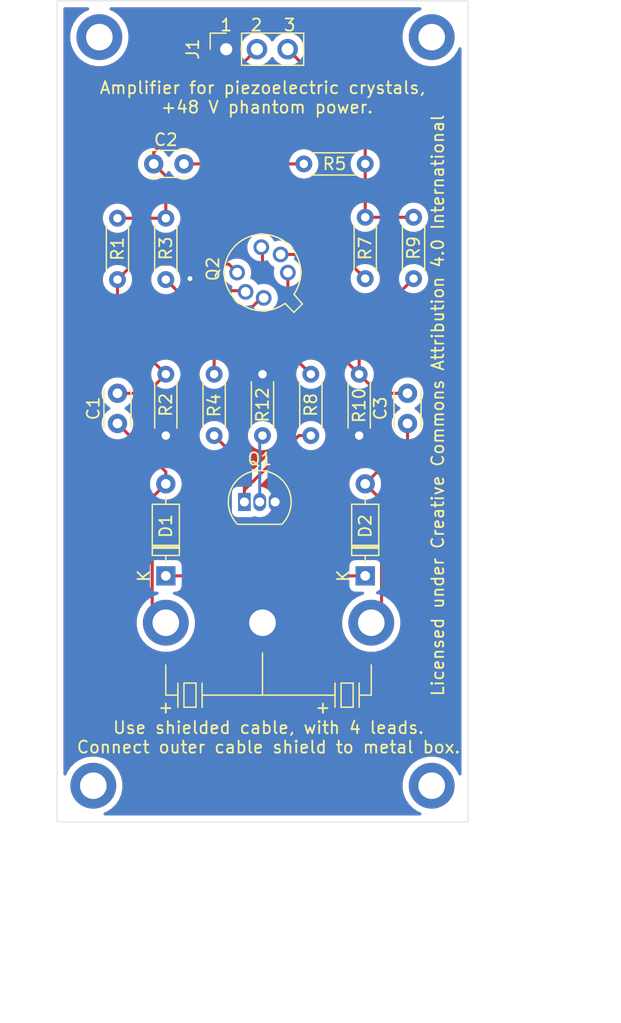
<source format=kicad_pcb>
(kicad_pcb (version 20171130) (host pcbnew 5.1.10)

  (general
    (thickness 1.6)
    (drawings 40)
    (tracks 52)
    (zones 0)
    (modules 25)
    (nets 20)
  )

  (page A4)
  (layers
    (0 F.Cu signal)
    (31 B.Cu signal)
    (32 B.Adhes user)
    (33 F.Adhes user)
    (34 B.Paste user)
    (35 F.Paste user)
    (36 B.SilkS user)
    (37 F.SilkS user)
    (38 B.Mask user)
    (39 F.Mask user)
    (40 Dwgs.User user)
    (41 Cmts.User user)
    (42 Eco1.User user)
    (43 Eco2.User user)
    (44 Edge.Cuts user)
    (45 Margin user)
    (46 B.CrtYd user)
    (47 F.CrtYd user)
    (48 B.Fab user)
    (49 F.Fab user)
  )

  (setup
    (last_trace_width 0.25)
    (trace_clearance 0.2)
    (zone_clearance 0.508)
    (zone_45_only no)
    (trace_min 0.2)
    (via_size 0.8)
    (via_drill 0.4)
    (via_min_size 0.4)
    (via_min_drill 0.3)
    (uvia_size 0.3)
    (uvia_drill 0.1)
    (uvias_allowed no)
    (uvia_min_size 0.2)
    (uvia_min_drill 0.1)
    (edge_width 0.05)
    (segment_width 0.2)
    (pcb_text_width 0.3)
    (pcb_text_size 1.5 1.5)
    (mod_edge_width 0.12)
    (mod_text_size 1 1)
    (mod_text_width 0.15)
    (pad_size 3.8 3.8)
    (pad_drill 2.2)
    (pad_to_mask_clearance 0)
    (aux_axis_origin 0 0)
    (visible_elements FFFFFF7F)
    (pcbplotparams
      (layerselection 0x010fc_ffffffff)
      (usegerberextensions false)
      (usegerberattributes true)
      (usegerberadvancedattributes true)
      (creategerberjobfile true)
      (excludeedgelayer true)
      (linewidth 0.100000)
      (plotframeref false)
      (viasonmask false)
      (mode 1)
      (useauxorigin false)
      (hpglpennumber 1)
      (hpglpenspeed 20)
      (hpglpendiameter 15.000000)
      (psnegative false)
      (psa4output false)
      (plotreference true)
      (plotvalue false)
      (plotinvisibletext false)
      (padsonsilk false)
      (subtractmaskfromsilk false)
      (outputformat 1)
      (mirror false)
      (drillshape 0)
      (scaleselection 1)
      (outputdirectory "gerbers/"))
  )

  (net 0 "")
  (net 1 "Net-(C1-Pad2)")
  (net 2 "Net-(C1-Pad1)")
  (net 3 "Net-(C2-Pad1)")
  (net 4 "Net-(C2-Pad2)")
  (net 5 "Net-(C3-Pad1)")
  (net 6 "Net-(C3-Pad2)")
  (net 7 "Net-(D1-Pad1)")
  (net 8 "Net-(J1-Pad3)")
  (net 9 "Net-(Q1-Pad2)")
  (net 10 "Net-(Q1-Pad1)")
  (net 11 "Net-(Q2-Pad1)")
  (net 12 "Net-(Q2-Pad2)")
  (net 13 "Net-(Q2-Pad4)")
  (net 14 "Net-(Q2-Pad5)")
  (net 15 GND)
  (net 16 "Net-(J2-Pad1)")
  (net 17 "Net-(J3-Pad1)")
  (net 18 "Net-(J4-Pad1)")
  (net 19 "Net-(J5-Pad1)")

  (net_class Default "This is the default net class."
    (clearance 0.2)
    (trace_width 0.25)
    (via_dia 0.8)
    (via_drill 0.4)
    (uvia_dia 0.3)
    (uvia_drill 0.1)
    (add_net GND)
    (add_net "Net-(C1-Pad1)")
    (add_net "Net-(C1-Pad2)")
    (add_net "Net-(C2-Pad1)")
    (add_net "Net-(C2-Pad2)")
    (add_net "Net-(C3-Pad1)")
    (add_net "Net-(C3-Pad2)")
    (add_net "Net-(D1-Pad1)")
    (add_net "Net-(J1-Pad3)")
    (add_net "Net-(J2-Pad1)")
    (add_net "Net-(J3-Pad1)")
    (add_net "Net-(J4-Pad1)")
    (add_net "Net-(J5-Pad1)")
    (add_net "Net-(Q1-Pad1)")
    (add_net "Net-(Q1-Pad2)")
    (add_net "Net-(Q2-Pad1)")
    (add_net "Net-(Q2-Pad2)")
    (add_net "Net-(Q2-Pad4)")
    (add_net "Net-(Q2-Pad5)")
  )

  (module Resistor_THT:R_Axial_DIN0204_L3.6mm_D1.6mm_P5.08mm_Horizontal (layer F.Cu) (tedit 5AE5139B) (tstamp 60A3F185)
    (at 77.5 58.5 180)
    (descr "Resistor, Axial_DIN0204 series, Axial, Horizontal, pin pitch=5.08mm, 0.167W, length*diameter=3.6*1.6mm^2, http://cdn-reichelt.de/documents/datenblatt/B400/1_4W%23YAG.pdf")
    (tags "Resistor Axial_DIN0204 series Axial Horizontal pin pitch 5.08mm 0.167W length 3.6mm diameter 1.6mm")
    (path /60A297CF)
    (fp_text reference R5 (at 2.54 0) (layer F.SilkS)
      (effects (font (size 1 1) (thickness 0.15)))
    )
    (fp_text value 150 (at 2.54 1.92) (layer F.Fab)
      (effects (font (size 1 1) (thickness 0.15)))
    )
    (fp_line (start 6.03 -1.05) (end -0.95 -1.05) (layer F.CrtYd) (width 0.05))
    (fp_line (start 6.03 1.05) (end 6.03 -1.05) (layer F.CrtYd) (width 0.05))
    (fp_line (start -0.95 1.05) (end 6.03 1.05) (layer F.CrtYd) (width 0.05))
    (fp_line (start -0.95 -1.05) (end -0.95 1.05) (layer F.CrtYd) (width 0.05))
    (fp_line (start 0.62 0.92) (end 4.46 0.92) (layer F.SilkS) (width 0.12))
    (fp_line (start 0.62 -0.92) (end 4.46 -0.92) (layer F.SilkS) (width 0.12))
    (fp_line (start 5.08 0) (end 4.34 0) (layer F.Fab) (width 0.1))
    (fp_line (start 0 0) (end 0.74 0) (layer F.Fab) (width 0.1))
    (fp_line (start 4.34 -0.8) (end 0.74 -0.8) (layer F.Fab) (width 0.1))
    (fp_line (start 4.34 0.8) (end 4.34 -0.8) (layer F.Fab) (width 0.1))
    (fp_line (start 0.74 0.8) (end 4.34 0.8) (layer F.Fab) (width 0.1))
    (fp_line (start 0.74 -0.8) (end 0.74 0.8) (layer F.Fab) (width 0.1))
    (fp_text user %R (at 2.54 0) (layer F.Fab)
      (effects (font (size 0.72 0.72) (thickness 0.108)))
    )
    (pad 2 thru_hole oval (at 5.08 0 180) (size 1.4 1.4) (drill 0.7) (layers *.Cu *.Mask)
      (net 3 "Net-(C2-Pad1)"))
    (pad 1 thru_hole circle (at 0 0 180) (size 1.4 1.4) (drill 0.7) (layers *.Cu *.Mask)
      (net 8 "Net-(J1-Pad3)"))
    (model ${KISYS3DMOD}/Resistor_THT.3dshapes/R_Axial_DIN0204_L3.6mm_D1.6mm_P5.08mm_Horizontal.wrl
      (at (xyz 0 0 0))
      (scale (xyz 1 1 1))
      (rotate (xyz 0 0 0))
    )
  )

  (module Capacitor_THT:C_Disc_D3.0mm_W2.0mm_P2.50mm (layer F.Cu) (tedit 5AE50EF0) (tstamp 609B0712)
    (at 57 77.5 270)
    (descr "C, Disc series, Radial, pin pitch=2.50mm, , diameter*width=3*2mm^2, Capacitor")
    (tags "C Disc series Radial pin pitch 2.50mm  diameter 3mm width 2mm Capacitor")
    (path /609C2AA7)
    (fp_text reference C1 (at 1.25 2 90) (layer F.SilkS)
      (effects (font (size 1 1) (thickness 0.15)))
    )
    (fp_text value 22nF (at 1.25 2.25 90) (layer F.Fab)
      (effects (font (size 1 1) (thickness 0.15)))
    )
    (fp_line (start 3.55 -1.25) (end -1.05 -1.25) (layer F.CrtYd) (width 0.05))
    (fp_line (start 3.55 1.25) (end 3.55 -1.25) (layer F.CrtYd) (width 0.05))
    (fp_line (start -1.05 1.25) (end 3.55 1.25) (layer F.CrtYd) (width 0.05))
    (fp_line (start -1.05 -1.25) (end -1.05 1.25) (layer F.CrtYd) (width 0.05))
    (fp_line (start 2.87 1.055) (end 2.87 1.12) (layer F.SilkS) (width 0.12))
    (fp_line (start 2.87 -1.12) (end 2.87 -1.055) (layer F.SilkS) (width 0.12))
    (fp_line (start -0.37 1.055) (end -0.37 1.12) (layer F.SilkS) (width 0.12))
    (fp_line (start -0.37 -1.12) (end -0.37 -1.055) (layer F.SilkS) (width 0.12))
    (fp_line (start -0.37 1.12) (end 2.87 1.12) (layer F.SilkS) (width 0.12))
    (fp_line (start -0.37 -1.12) (end 2.87 -1.12) (layer F.SilkS) (width 0.12))
    (fp_line (start 2.75 -1) (end -0.25 -1) (layer F.Fab) (width 0.1))
    (fp_line (start 2.75 1) (end 2.75 -1) (layer F.Fab) (width 0.1))
    (fp_line (start -0.25 1) (end 2.75 1) (layer F.Fab) (width 0.1))
    (fp_line (start -0.25 -1) (end -0.25 1) (layer F.Fab) (width 0.1))
    (fp_text user %R (at 1.25 0 90) (layer F.Fab)
      (effects (font (size 0.6 0.6) (thickness 0.09)))
    )
    (pad 2 thru_hole circle (at 2.5 0 270) (size 1.6 1.6) (drill 0.8) (layers *.Cu *.Mask)
      (net 1 "Net-(C1-Pad2)"))
    (pad 1 thru_hole circle (at 0 0 270) (size 1.6 1.6) (drill 0.8) (layers *.Cu *.Mask)
      (net 2 "Net-(C1-Pad1)"))
    (model ${KISYS3DMOD}/Capacitor_THT.3dshapes/C_Disc_D3.0mm_W2.0mm_P2.50mm.wrl
      (at (xyz 0 0 0))
      (scale (xyz 1 1 1))
      (rotate (xyz 0 0 0))
    )
  )

  (module Capacitor_THT:C_Disc_D3.0mm_W2.0mm_P2.50mm (layer F.Cu) (tedit 5AE50EF0) (tstamp 609B0727)
    (at 62.5 58.5 180)
    (descr "C, Disc series, Radial, pin pitch=2.50mm, , diameter*width=3*2mm^2, Capacitor")
    (tags "C Disc series Radial pin pitch 2.50mm  diameter 3mm width 2mm Capacitor")
    (path /609AEC0D)
    (fp_text reference C2 (at 1.5 2) (layer F.SilkS)
      (effects (font (size 1 1) (thickness 0.15)))
    )
    (fp_text value 680pF (at 1.25 2.25) (layer F.Fab)
      (effects (font (size 1 1) (thickness 0.15)))
    )
    (fp_line (start 3.55 -1.25) (end -1.05 -1.25) (layer F.CrtYd) (width 0.05))
    (fp_line (start 3.55 1.25) (end 3.55 -1.25) (layer F.CrtYd) (width 0.05))
    (fp_line (start -1.05 1.25) (end 3.55 1.25) (layer F.CrtYd) (width 0.05))
    (fp_line (start -1.05 -1.25) (end -1.05 1.25) (layer F.CrtYd) (width 0.05))
    (fp_line (start 2.87 1.055) (end 2.87 1.12) (layer F.SilkS) (width 0.12))
    (fp_line (start 2.87 -1.12) (end 2.87 -1.055) (layer F.SilkS) (width 0.12))
    (fp_line (start -0.37 1.055) (end -0.37 1.12) (layer F.SilkS) (width 0.12))
    (fp_line (start -0.37 -1.12) (end -0.37 -1.055) (layer F.SilkS) (width 0.12))
    (fp_line (start -0.37 1.12) (end 2.87 1.12) (layer F.SilkS) (width 0.12))
    (fp_line (start -0.37 -1.12) (end 2.87 -1.12) (layer F.SilkS) (width 0.12))
    (fp_line (start 2.75 -1) (end -0.25 -1) (layer F.Fab) (width 0.1))
    (fp_line (start 2.75 1) (end 2.75 -1) (layer F.Fab) (width 0.1))
    (fp_line (start -0.25 1) (end 2.75 1) (layer F.Fab) (width 0.1))
    (fp_line (start -0.25 -1) (end -0.25 1) (layer F.Fab) (width 0.1))
    (fp_text user %R (at 1.25 0) (layer F.Fab)
      (effects (font (size 0.6 0.6) (thickness 0.09)))
    )
    (pad 2 thru_hole circle (at 2.5 0 180) (size 1.6 1.6) (drill 0.8) (layers *.Cu *.Mask)
      (net 4 "Net-(C2-Pad2)"))
    (pad 1 thru_hole circle (at 0 0 180) (size 1.6 1.6) (drill 0.8) (layers *.Cu *.Mask)
      (net 3 "Net-(C2-Pad1)"))
    (model ${KISYS3DMOD}/Capacitor_THT.3dshapes/C_Disc_D3.0mm_W2.0mm_P2.50mm.wrl
      (at (xyz 0 0 0))
      (scale (xyz 1 1 1))
      (rotate (xyz 0 0 0))
    )
  )

  (module Capacitor_THT:C_Disc_D3.0mm_W2.0mm_P2.50mm (layer F.Cu) (tedit 5AE50EF0) (tstamp 609B073C)
    (at 81 80 90)
    (descr "C, Disc series, Radial, pin pitch=2.50mm, , diameter*width=3*2mm^2, Capacitor")
    (tags "C Disc series Radial pin pitch 2.50mm  diameter 3mm width 2mm Capacitor")
    (path /609C69DC)
    (fp_text reference C3 (at 1.25 -2.25 90) (layer F.SilkS)
      (effects (font (size 1 1) (thickness 0.15)))
    )
    (fp_text value 22nF (at 1.25 2.25 90) (layer F.Fab)
      (effects (font (size 1 1) (thickness 0.15)))
    )
    (fp_line (start 3.55 -1.25) (end -1.05 -1.25) (layer F.CrtYd) (width 0.05))
    (fp_line (start 3.55 1.25) (end 3.55 -1.25) (layer F.CrtYd) (width 0.05))
    (fp_line (start -1.05 1.25) (end 3.55 1.25) (layer F.CrtYd) (width 0.05))
    (fp_line (start -1.05 -1.25) (end -1.05 1.25) (layer F.CrtYd) (width 0.05))
    (fp_line (start 2.87 1.055) (end 2.87 1.12) (layer F.SilkS) (width 0.12))
    (fp_line (start 2.87 -1.12) (end 2.87 -1.055) (layer F.SilkS) (width 0.12))
    (fp_line (start -0.37 1.055) (end -0.37 1.12) (layer F.SilkS) (width 0.12))
    (fp_line (start -0.37 -1.12) (end -0.37 -1.055) (layer F.SilkS) (width 0.12))
    (fp_line (start -0.37 1.12) (end 2.87 1.12) (layer F.SilkS) (width 0.12))
    (fp_line (start -0.37 -1.12) (end 2.87 -1.12) (layer F.SilkS) (width 0.12))
    (fp_line (start 2.75 -1) (end -0.25 -1) (layer F.Fab) (width 0.1))
    (fp_line (start 2.75 1) (end 2.75 -1) (layer F.Fab) (width 0.1))
    (fp_line (start -0.25 1) (end 2.75 1) (layer F.Fab) (width 0.1))
    (fp_line (start -0.25 -1) (end -0.25 1) (layer F.Fab) (width 0.1))
    (fp_text user %R (at 1.25 0 90) (layer F.Fab)
      (effects (font (size 0.6 0.6) (thickness 0.09)))
    )
    (pad 2 thru_hole circle (at 2.5 0 90) (size 1.6 1.6) (drill 0.8) (layers *.Cu *.Mask)
      (net 6 "Net-(C3-Pad2)"))
    (pad 1 thru_hole circle (at 0 0 90) (size 1.6 1.6) (drill 0.8) (layers *.Cu *.Mask)
      (net 5 "Net-(C3-Pad1)"))
    (model ${KISYS3DMOD}/Capacitor_THT.3dshapes/C_Disc_D3.0mm_W2.0mm_P2.50mm.wrl
      (at (xyz 0 0 0))
      (scale (xyz 1 1 1))
      (rotate (xyz 0 0 0))
    )
  )

  (module Diode_THT:D_DO-35_SOD27_P7.62mm_Horizontal (layer F.Cu) (tedit 5AE50CD5) (tstamp 609B0785)
    (at 61 92.62 90)
    (descr "Diode, DO-35_SOD27 series, Axial, Horizontal, pin pitch=7.62mm, , length*diameter=4*2mm^2, , http://www.diodes.com/_files/packages/DO-35.pdf")
    (tags "Diode DO-35_SOD27 series Axial Horizontal pin pitch 7.62mm  length 4mm diameter 2mm")
    (path /609EF687)
    (fp_text reference D1 (at 4.12 0 90) (layer F.SilkS)
      (effects (font (size 1 1) (thickness 0.15)))
    )
    (fp_text value 1N3518A (at 3.81 2.12 90) (layer F.Fab)
      (effects (font (size 1 1) (thickness 0.15)))
    )
    (fp_line (start 8.67 -1.25) (end -1.05 -1.25) (layer F.CrtYd) (width 0.05))
    (fp_line (start 8.67 1.25) (end 8.67 -1.25) (layer F.CrtYd) (width 0.05))
    (fp_line (start -1.05 1.25) (end 8.67 1.25) (layer F.CrtYd) (width 0.05))
    (fp_line (start -1.05 -1.25) (end -1.05 1.25) (layer F.CrtYd) (width 0.05))
    (fp_line (start 2.29 -1.12) (end 2.29 1.12) (layer F.SilkS) (width 0.12))
    (fp_line (start 2.53 -1.12) (end 2.53 1.12) (layer F.SilkS) (width 0.12))
    (fp_line (start 2.41 -1.12) (end 2.41 1.12) (layer F.SilkS) (width 0.12))
    (fp_line (start 6.58 0) (end 5.93 0) (layer F.SilkS) (width 0.12))
    (fp_line (start 1.04 0) (end 1.69 0) (layer F.SilkS) (width 0.12))
    (fp_line (start 5.93 -1.12) (end 1.69 -1.12) (layer F.SilkS) (width 0.12))
    (fp_line (start 5.93 1.12) (end 5.93 -1.12) (layer F.SilkS) (width 0.12))
    (fp_line (start 1.69 1.12) (end 5.93 1.12) (layer F.SilkS) (width 0.12))
    (fp_line (start 1.69 -1.12) (end 1.69 1.12) (layer F.SilkS) (width 0.12))
    (fp_line (start 2.31 -1) (end 2.31 1) (layer F.Fab) (width 0.1))
    (fp_line (start 2.51 -1) (end 2.51 1) (layer F.Fab) (width 0.1))
    (fp_line (start 2.41 -1) (end 2.41 1) (layer F.Fab) (width 0.1))
    (fp_line (start 7.62 0) (end 5.81 0) (layer F.Fab) (width 0.1))
    (fp_line (start 0 0) (end 1.81 0) (layer F.Fab) (width 0.1))
    (fp_line (start 5.81 -1) (end 1.81 -1) (layer F.Fab) (width 0.1))
    (fp_line (start 5.81 1) (end 5.81 -1) (layer F.Fab) (width 0.1))
    (fp_line (start 1.81 1) (end 5.81 1) (layer F.Fab) (width 0.1))
    (fp_line (start 1.81 -1) (end 1.81 1) (layer F.Fab) (width 0.1))
    (fp_text user K (at 0 -1.8 90) (layer F.SilkS)
      (effects (font (size 1 1) (thickness 0.15)))
    )
    (fp_text user K (at 0 -1.8 90) (layer F.Fab)
      (effects (font (size 1 1) (thickness 0.15)))
    )
    (fp_text user %R (at 4.11 0 90) (layer F.Fab)
      (effects (font (size 0.8 0.8) (thickness 0.12)))
    )
    (pad 2 thru_hole oval (at 7.62 0 90) (size 1.6 1.6) (drill 0.8) (layers *.Cu *.Mask)
      (net 1 "Net-(C1-Pad2)"))
    (pad 1 thru_hole rect (at 0 0 90) (size 1.6 1.6) (drill 0.8) (layers *.Cu *.Mask)
      (net 7 "Net-(D1-Pad1)"))
    (model ${KISYS3DMOD}/Diode_THT.3dshapes/D_DO-35_SOD27_P7.62mm_Horizontal.wrl
      (at (xyz 0 0 0))
      (scale (xyz 1 1 1))
      (rotate (xyz 0 0 0))
    )
  )

  (module Diode_THT:D_DO-35_SOD27_P7.62mm_Horizontal (layer F.Cu) (tedit 5AE50CD5) (tstamp 609B07A4)
    (at 77.5 92.62 90)
    (descr "Diode, DO-35_SOD27 series, Axial, Horizontal, pin pitch=7.62mm, , length*diameter=4*2mm^2, , http://www.diodes.com/_files/packages/DO-35.pdf")
    (tags "Diode DO-35_SOD27 series Axial Horizontal pin pitch 7.62mm  length 4mm diameter 2mm")
    (path /609EE22A)
    (fp_text reference D2 (at 4.12 0 90) (layer F.SilkS)
      (effects (font (size 1 1) (thickness 0.15)))
    )
    (fp_text value 1N3518A (at 3.81 2.12 90) (layer F.Fab)
      (effects (font (size 1 1) (thickness 0.15)))
    )
    (fp_line (start 8.67 -1.25) (end -1.05 -1.25) (layer F.CrtYd) (width 0.05))
    (fp_line (start 8.67 1.25) (end 8.67 -1.25) (layer F.CrtYd) (width 0.05))
    (fp_line (start -1.05 1.25) (end 8.67 1.25) (layer F.CrtYd) (width 0.05))
    (fp_line (start -1.05 -1.25) (end -1.05 1.25) (layer F.CrtYd) (width 0.05))
    (fp_line (start 2.29 -1.12) (end 2.29 1.12) (layer F.SilkS) (width 0.12))
    (fp_line (start 2.53 -1.12) (end 2.53 1.12) (layer F.SilkS) (width 0.12))
    (fp_line (start 2.41 -1.12) (end 2.41 1.12) (layer F.SilkS) (width 0.12))
    (fp_line (start 6.58 0) (end 5.93 0) (layer F.SilkS) (width 0.12))
    (fp_line (start 1.04 0) (end 1.69 0) (layer F.SilkS) (width 0.12))
    (fp_line (start 5.93 -1.12) (end 1.69 -1.12) (layer F.SilkS) (width 0.12))
    (fp_line (start 5.93 1.12) (end 5.93 -1.12) (layer F.SilkS) (width 0.12))
    (fp_line (start 1.69 1.12) (end 5.93 1.12) (layer F.SilkS) (width 0.12))
    (fp_line (start 1.69 -1.12) (end 1.69 1.12) (layer F.SilkS) (width 0.12))
    (fp_line (start 2.31 -1) (end 2.31 1) (layer F.Fab) (width 0.1))
    (fp_line (start 2.51 -1) (end 2.51 1) (layer F.Fab) (width 0.1))
    (fp_line (start 2.41 -1) (end 2.41 1) (layer F.Fab) (width 0.1))
    (fp_line (start 7.62 0) (end 5.81 0) (layer F.Fab) (width 0.1))
    (fp_line (start 0 0) (end 1.81 0) (layer F.Fab) (width 0.1))
    (fp_line (start 5.81 -1) (end 1.81 -1) (layer F.Fab) (width 0.1))
    (fp_line (start 5.81 1) (end 5.81 -1) (layer F.Fab) (width 0.1))
    (fp_line (start 1.81 1) (end 5.81 1) (layer F.Fab) (width 0.1))
    (fp_line (start 1.81 -1) (end 1.81 1) (layer F.Fab) (width 0.1))
    (fp_text user K (at 0 -1.8 90) (layer F.SilkS)
      (effects (font (size 1 1) (thickness 0.15)))
    )
    (fp_text user K (at 0 -1.8 90) (layer F.Fab)
      (effects (font (size 1 1) (thickness 0.15)))
    )
    (fp_text user %R (at 4.11 0 90) (layer F.Fab)
      (effects (font (size 0.8 0.8) (thickness 0.12)))
    )
    (pad 2 thru_hole oval (at 7.62 0 90) (size 1.6 1.6) (drill 0.8) (layers *.Cu *.Mask)
      (net 5 "Net-(C3-Pad1)"))
    (pad 1 thru_hole rect (at 0 0 90) (size 1.6 1.6) (drill 0.8) (layers *.Cu *.Mask)
      (net 7 "Net-(D1-Pad1)"))
    (model ${KISYS3DMOD}/Diode_THT.3dshapes/D_DO-35_SOD27_P7.62mm_Horizontal.wrl
      (at (xyz 0 0 0))
      (scale (xyz 1 1 1))
      (rotate (xyz 0 0 0))
    )
  )

  (module Resistor_THT:R_Axial_DIN0204_L3.6mm_D1.6mm_P5.08mm_Horizontal (layer F.Cu) (tedit 5AE5139B) (tstamp 609B0868)
    (at 57 68.08 90)
    (descr "Resistor, Axial_DIN0204 series, Axial, Horizontal, pin pitch=5.08mm, 0.167W, length*diameter=3.6*1.6mm^2, http://cdn-reichelt.de/documents/datenblatt/B400/1_4W%23YAG.pdf")
    (tags "Resistor Axial_DIN0204 series Axial Horizontal pin pitch 5.08mm 0.167W length 3.6mm diameter 1.6mm")
    (path /609BF97D)
    (fp_text reference R1 (at 2.54 0 90) (layer F.SilkS)
      (effects (font (size 1 1) (thickness 0.15)))
    )
    (fp_text value 3.3M (at 2.54 1.92 90) (layer F.Fab)
      (effects (font (size 1 1) (thickness 0.15)))
    )
    (fp_line (start 6.03 -1.05) (end -0.95 -1.05) (layer F.CrtYd) (width 0.05))
    (fp_line (start 6.03 1.05) (end 6.03 -1.05) (layer F.CrtYd) (width 0.05))
    (fp_line (start -0.95 1.05) (end 6.03 1.05) (layer F.CrtYd) (width 0.05))
    (fp_line (start -0.95 -1.05) (end -0.95 1.05) (layer F.CrtYd) (width 0.05))
    (fp_line (start 0.62 0.92) (end 4.46 0.92) (layer F.SilkS) (width 0.12))
    (fp_line (start 0.62 -0.92) (end 4.46 -0.92) (layer F.SilkS) (width 0.12))
    (fp_line (start 5.08 0) (end 4.34 0) (layer F.Fab) (width 0.1))
    (fp_line (start 0 0) (end 0.74 0) (layer F.Fab) (width 0.1))
    (fp_line (start 4.34 -0.8) (end 0.74 -0.8) (layer F.Fab) (width 0.1))
    (fp_line (start 4.34 0.8) (end 4.34 -0.8) (layer F.Fab) (width 0.1))
    (fp_line (start 0.74 0.8) (end 4.34 0.8) (layer F.Fab) (width 0.1))
    (fp_line (start 0.74 -0.8) (end 0.74 0.8) (layer F.Fab) (width 0.1))
    (fp_text user %R (at 2.54 0 90) (layer F.Fab)
      (effects (font (size 0.72 0.72) (thickness 0.108)))
    )
    (pad 2 thru_hole oval (at 5.08 0 90) (size 1.4 1.4) (drill 0.7) (layers *.Cu *.Mask)
      (net 4 "Net-(C2-Pad2)"))
    (pad 1 thru_hole circle (at 0 0 90) (size 1.4 1.4) (drill 0.7) (layers *.Cu *.Mask)
      (net 2 "Net-(C1-Pad1)"))
    (model ${KISYS3DMOD}/Resistor_THT.3dshapes/R_Axial_DIN0204_L3.6mm_D1.6mm_P5.08mm_Horizontal.wrl
      (at (xyz 0 0 0))
      (scale (xyz 1 1 1))
      (rotate (xyz 0 0 0))
    )
  )

  (module Resistor_THT:R_Axial_DIN0204_L3.6mm_D1.6mm_P5.08mm_Horizontal (layer F.Cu) (tedit 5AE5139B) (tstamp 609B087B)
    (at 61 81 90)
    (descr "Resistor, Axial_DIN0204 series, Axial, Horizontal, pin pitch=5.08mm, 0.167W, length*diameter=3.6*1.6mm^2, http://cdn-reichelt.de/documents/datenblatt/B400/1_4W%23YAG.pdf")
    (tags "Resistor Axial_DIN0204 series Axial Horizontal pin pitch 5.08mm 0.167W length 3.6mm diameter 1.6mm")
    (path /609C440C)
    (fp_text reference R2 (at 2.54 0 90) (layer F.SilkS)
      (effects (font (size 1 1) (thickness 0.15)))
    )
    (fp_text value 3.3M (at 2.54 1.92 90) (layer F.Fab)
      (effects (font (size 1 1) (thickness 0.15)))
    )
    (fp_line (start 6.03 -1.05) (end -0.95 -1.05) (layer F.CrtYd) (width 0.05))
    (fp_line (start 6.03 1.05) (end 6.03 -1.05) (layer F.CrtYd) (width 0.05))
    (fp_line (start -0.95 1.05) (end 6.03 1.05) (layer F.CrtYd) (width 0.05))
    (fp_line (start -0.95 -1.05) (end -0.95 1.05) (layer F.CrtYd) (width 0.05))
    (fp_line (start 0.62 0.92) (end 4.46 0.92) (layer F.SilkS) (width 0.12))
    (fp_line (start 0.62 -0.92) (end 4.46 -0.92) (layer F.SilkS) (width 0.12))
    (fp_line (start 5.08 0) (end 4.34 0) (layer F.Fab) (width 0.1))
    (fp_line (start 0 0) (end 0.74 0) (layer F.Fab) (width 0.1))
    (fp_line (start 4.34 -0.8) (end 0.74 -0.8) (layer F.Fab) (width 0.1))
    (fp_line (start 4.34 0.8) (end 4.34 -0.8) (layer F.Fab) (width 0.1))
    (fp_line (start 0.74 0.8) (end 4.34 0.8) (layer F.Fab) (width 0.1))
    (fp_line (start 0.74 -0.8) (end 0.74 0.8) (layer F.Fab) (width 0.1))
    (fp_text user %R (at 2.54 0 90) (layer F.Fab)
      (effects (font (size 0.72 0.72) (thickness 0.108)))
    )
    (pad 2 thru_hole oval (at 5.08 0 90) (size 1.4 1.4) (drill 0.7) (layers *.Cu *.Mask)
      (net 2 "Net-(C1-Pad1)"))
    (pad 1 thru_hole circle (at 0 0 90) (size 1.4 1.4) (drill 0.7) (layers *.Cu *.Mask)
      (net 15 GND))
    (model ${KISYS3DMOD}/Resistor_THT.3dshapes/R_Axial_DIN0204_L3.6mm_D1.6mm_P5.08mm_Horizontal.wrl
      (at (xyz 0 0 0))
      (scale (xyz 1 1 1))
      (rotate (xyz 0 0 0))
    )
  )

  (module Resistor_THT:R_Axial_DIN0204_L3.6mm_D1.6mm_P5.08mm_Horizontal (layer F.Cu) (tedit 5AE5139B) (tstamp 609B088E)
    (at 61 68.08 90)
    (descr "Resistor, Axial_DIN0204 series, Axial, Horizontal, pin pitch=5.08mm, 0.167W, length*diameter=3.6*1.6mm^2, http://cdn-reichelt.de/documents/datenblatt/B400/1_4W%23YAG.pdf")
    (tags "Resistor Axial_DIN0204 series Axial Horizontal pin pitch 5.08mm 0.167W length 3.6mm diameter 1.6mm")
    (path /609AFA0A)
    (fp_text reference R3 (at 2.58 0 90) (layer F.SilkS)
      (effects (font (size 1 1) (thickness 0.15)))
    )
    (fp_text value 220 (at 2.54 1.92 90) (layer F.Fab)
      (effects (font (size 1 1) (thickness 0.15)))
    )
    (fp_line (start 6.03 -1.05) (end -0.95 -1.05) (layer F.CrtYd) (width 0.05))
    (fp_line (start 6.03 1.05) (end 6.03 -1.05) (layer F.CrtYd) (width 0.05))
    (fp_line (start -0.95 1.05) (end 6.03 1.05) (layer F.CrtYd) (width 0.05))
    (fp_line (start -0.95 -1.05) (end -0.95 1.05) (layer F.CrtYd) (width 0.05))
    (fp_line (start 0.62 0.92) (end 4.46 0.92) (layer F.SilkS) (width 0.12))
    (fp_line (start 0.62 -0.92) (end 4.46 -0.92) (layer F.SilkS) (width 0.12))
    (fp_line (start 5.08 0) (end 4.34 0) (layer F.Fab) (width 0.1))
    (fp_line (start 0 0) (end 0.74 0) (layer F.Fab) (width 0.1))
    (fp_line (start 4.34 -0.8) (end 0.74 -0.8) (layer F.Fab) (width 0.1))
    (fp_line (start 4.34 0.8) (end 4.34 -0.8) (layer F.Fab) (width 0.1))
    (fp_line (start 0.74 0.8) (end 4.34 0.8) (layer F.Fab) (width 0.1))
    (fp_line (start 0.74 -0.8) (end 0.74 0.8) (layer F.Fab) (width 0.1))
    (fp_text user %R (at 2.54 0 90) (layer F.Fab)
      (effects (font (size 0.72 0.72) (thickness 0.108)))
    )
    (pad 2 thru_hole oval (at 5.08 0 90) (size 1.4 1.4) (drill 0.7) (layers *.Cu *.Mask)
      (net 4 "Net-(C2-Pad2)"))
    (pad 1 thru_hole circle (at 0 0 90) (size 1.4 1.4) (drill 0.7) (layers *.Cu *.Mask)
      (net 12 "Net-(Q2-Pad2)"))
    (model ${KISYS3DMOD}/Resistor_THT.3dshapes/R_Axial_DIN0204_L3.6mm_D1.6mm_P5.08mm_Horizontal.wrl
      (at (xyz 0 0 0))
      (scale (xyz 1 1 1))
      (rotate (xyz 0 0 0))
    )
  )

  (module Resistor_THT:R_Axial_DIN0204_L3.6mm_D1.6mm_P5.08mm_Horizontal (layer F.Cu) (tedit 5AE5139B) (tstamp 609B08A1)
    (at 65 81 90)
    (descr "Resistor, Axial_DIN0204 series, Axial, Horizontal, pin pitch=5.08mm, 0.167W, length*diameter=3.6*1.6mm^2, http://cdn-reichelt.de/documents/datenblatt/B400/1_4W%23YAG.pdf")
    (tags "Resistor Axial_DIN0204 series Axial Horizontal pin pitch 5.08mm 0.167W length 3.6mm diameter 1.6mm")
    (path /609C396C)
    (fp_text reference R4 (at 2.5 0 90) (layer F.SilkS)
      (effects (font (size 1 1) (thickness 0.15)))
    )
    (fp_text value 180 (at 3 2.5 90) (layer F.Fab)
      (effects (font (size 1 1) (thickness 0.15)))
    )
    (fp_line (start 6.03 -1.05) (end -0.95 -1.05) (layer F.CrtYd) (width 0.05))
    (fp_line (start 6.03 1.05) (end 6.03 -1.05) (layer F.CrtYd) (width 0.05))
    (fp_line (start -0.95 1.05) (end 6.03 1.05) (layer F.CrtYd) (width 0.05))
    (fp_line (start -0.95 -1.05) (end -0.95 1.05) (layer F.CrtYd) (width 0.05))
    (fp_line (start 0.62 0.92) (end 4.46 0.92) (layer F.SilkS) (width 0.12))
    (fp_line (start 0.62 -0.92) (end 4.46 -0.92) (layer F.SilkS) (width 0.12))
    (fp_line (start 5.08 0) (end 4.34 0) (layer F.Fab) (width 0.1))
    (fp_line (start 0 0) (end 0.74 0) (layer F.Fab) (width 0.1))
    (fp_line (start 4.34 -0.8) (end 0.74 -0.8) (layer F.Fab) (width 0.1))
    (fp_line (start 4.34 0.8) (end 4.34 -0.8) (layer F.Fab) (width 0.1))
    (fp_line (start 0.74 0.8) (end 4.34 0.8) (layer F.Fab) (width 0.1))
    (fp_line (start 0.74 -0.8) (end 0.74 0.8) (layer F.Fab) (width 0.1))
    (fp_text user %R (at 2.54 0 90) (layer F.Fab)
      (effects (font (size 0.72 0.72) (thickness 0.108)))
    )
    (pad 2 thru_hole oval (at 5.08 0 90) (size 1.4 1.4) (drill 0.7) (layers *.Cu *.Mask)
      (net 11 "Net-(Q2-Pad1)"))
    (pad 1 thru_hole circle (at 0 0 90) (size 1.4 1.4) (drill 0.7) (layers *.Cu *.Mask)
      (net 10 "Net-(Q1-Pad1)"))
    (model ${KISYS3DMOD}/Resistor_THT.3dshapes/R_Axial_DIN0204_L3.6mm_D1.6mm_P5.08mm_Horizontal.wrl
      (at (xyz 0 0 0))
      (scale (xyz 1 1 1))
      (rotate (xyz 0 0 0))
    )
  )

  (module Resistor_THT:R_Axial_DIN0204_L3.6mm_D1.6mm_P5.08mm_Horizontal (layer F.Cu) (tedit 5AE5139B) (tstamp 609B08DA)
    (at 77.5 68 90)
    (descr "Resistor, Axial_DIN0204 series, Axial, Horizontal, pin pitch=5.08mm, 0.167W, length*diameter=3.6*1.6mm^2, http://cdn-reichelt.de/documents/datenblatt/B400/1_4W%23YAG.pdf")
    (tags "Resistor Axial_DIN0204 series Axial Horizontal pin pitch 5.08mm 0.167W length 3.6mm diameter 1.6mm")
    (path /609C8A88)
    (fp_text reference R7 (at 2.5 0 90) (layer F.SilkS)
      (effects (font (size 1 1) (thickness 0.15)))
    )
    (fp_text value 220 (at 2.54 1.92 90) (layer F.Fab)
      (effects (font (size 1 1) (thickness 0.15)))
    )
    (fp_line (start 6.03 -1.05) (end -0.95 -1.05) (layer F.CrtYd) (width 0.05))
    (fp_line (start 6.03 1.05) (end 6.03 -1.05) (layer F.CrtYd) (width 0.05))
    (fp_line (start -0.95 1.05) (end 6.03 1.05) (layer F.CrtYd) (width 0.05))
    (fp_line (start -0.95 -1.05) (end -0.95 1.05) (layer F.CrtYd) (width 0.05))
    (fp_line (start 0.62 0.92) (end 4.46 0.92) (layer F.SilkS) (width 0.12))
    (fp_line (start 0.62 -0.92) (end 4.46 -0.92) (layer F.SilkS) (width 0.12))
    (fp_line (start 5.08 0) (end 4.34 0) (layer F.Fab) (width 0.1))
    (fp_line (start 0 0) (end 0.74 0) (layer F.Fab) (width 0.1))
    (fp_line (start 4.34 -0.8) (end 0.74 -0.8) (layer F.Fab) (width 0.1))
    (fp_line (start 4.34 0.8) (end 4.34 -0.8) (layer F.Fab) (width 0.1))
    (fp_line (start 0.74 0.8) (end 4.34 0.8) (layer F.Fab) (width 0.1))
    (fp_line (start 0.74 -0.8) (end 0.74 0.8) (layer F.Fab) (width 0.1))
    (fp_text user %R (at 2.54 0 90) (layer F.Fab)
      (effects (font (size 0.72 0.72) (thickness 0.108)))
    )
    (pad 2 thru_hole oval (at 5.08 0 90) (size 1.4 1.4) (drill 0.7) (layers *.Cu *.Mask)
      (net 8 "Net-(J1-Pad3)"))
    (pad 1 thru_hole circle (at 0 0 90) (size 1.4 1.4) (drill 0.7) (layers *.Cu *.Mask)
      (net 14 "Net-(Q2-Pad5)"))
    (model ${KISYS3DMOD}/Resistor_THT.3dshapes/R_Axial_DIN0204_L3.6mm_D1.6mm_P5.08mm_Horizontal.wrl
      (at (xyz 0 0 0))
      (scale (xyz 1 1 1))
      (rotate (xyz 0 0 0))
    )
  )

  (module Resistor_THT:R_Axial_DIN0204_L3.6mm_D1.6mm_P5.08mm_Horizontal (layer F.Cu) (tedit 5AE5139B) (tstamp 609B08ED)
    (at 73 81 90)
    (descr "Resistor, Axial_DIN0204 series, Axial, Horizontal, pin pitch=5.08mm, 0.167W, length*diameter=3.6*1.6mm^2, http://cdn-reichelt.de/documents/datenblatt/B400/1_4W%23YAG.pdf")
    (tags "Resistor Axial_DIN0204 series Axial Horizontal pin pitch 5.08mm 0.167W length 3.6mm diameter 1.6mm")
    (path /609C3EEC)
    (fp_text reference R8 (at 2.54 0 90) (layer F.SilkS)
      (effects (font (size 1 1) (thickness 0.15)))
    )
    (fp_text value 180 (at 2.54 1.92 90) (layer F.Fab)
      (effects (font (size 1 1) (thickness 0.15)))
    )
    (fp_line (start 6.03 -1.05) (end -0.95 -1.05) (layer F.CrtYd) (width 0.05))
    (fp_line (start 6.03 1.05) (end 6.03 -1.05) (layer F.CrtYd) (width 0.05))
    (fp_line (start -0.95 1.05) (end 6.03 1.05) (layer F.CrtYd) (width 0.05))
    (fp_line (start -0.95 -1.05) (end -0.95 1.05) (layer F.CrtYd) (width 0.05))
    (fp_line (start 0.62 0.92) (end 4.46 0.92) (layer F.SilkS) (width 0.12))
    (fp_line (start 0.62 -0.92) (end 4.46 -0.92) (layer F.SilkS) (width 0.12))
    (fp_line (start 5.08 0) (end 4.34 0) (layer F.Fab) (width 0.1))
    (fp_line (start 0 0) (end 0.74 0) (layer F.Fab) (width 0.1))
    (fp_line (start 4.34 -0.8) (end 0.74 -0.8) (layer F.Fab) (width 0.1))
    (fp_line (start 4.34 0.8) (end 4.34 -0.8) (layer F.Fab) (width 0.1))
    (fp_line (start 0.74 0.8) (end 4.34 0.8) (layer F.Fab) (width 0.1))
    (fp_line (start 0.74 -0.8) (end 0.74 0.8) (layer F.Fab) (width 0.1))
    (fp_text user %R (at 2.54 0 90) (layer F.Fab)
      (effects (font (size 0.72 0.72) (thickness 0.108)))
    )
    (pad 2 thru_hole oval (at 5.08 0 90) (size 1.4 1.4) (drill 0.7) (layers *.Cu *.Mask)
      (net 13 "Net-(Q2-Pad4)"))
    (pad 1 thru_hole circle (at 0 0 90) (size 1.4 1.4) (drill 0.7) (layers *.Cu *.Mask)
      (net 10 "Net-(Q1-Pad1)"))
    (model ${KISYS3DMOD}/Resistor_THT.3dshapes/R_Axial_DIN0204_L3.6mm_D1.6mm_P5.08mm_Horizontal.wrl
      (at (xyz 0 0 0))
      (scale (xyz 1 1 1))
      (rotate (xyz 0 0 0))
    )
  )

  (module Resistor_THT:R_Axial_DIN0204_L3.6mm_D1.6mm_P5.08mm_Horizontal (layer F.Cu) (tedit 5AE5139B) (tstamp 609B0900)
    (at 81.5 68 90)
    (descr "Resistor, Axial_DIN0204 series, Axial, Horizontal, pin pitch=5.08mm, 0.167W, length*diameter=3.6*1.6mm^2, http://cdn-reichelt.de/documents/datenblatt/B400/1_4W%23YAG.pdf")
    (tags "Resistor Axial_DIN0204 series Axial Horizontal pin pitch 5.08mm 0.167W length 3.6mm diameter 1.6mm")
    (path /609C8F7D)
    (fp_text reference R9 (at 2.54 0 90) (layer F.SilkS)
      (effects (font (size 1 1) (thickness 0.15)))
    )
    (fp_text value 3.3M (at 2.54 1.92 90) (layer F.Fab)
      (effects (font (size 1 1) (thickness 0.15)))
    )
    (fp_line (start 6.03 -1.05) (end -0.95 -1.05) (layer F.CrtYd) (width 0.05))
    (fp_line (start 6.03 1.05) (end 6.03 -1.05) (layer F.CrtYd) (width 0.05))
    (fp_line (start -0.95 1.05) (end 6.03 1.05) (layer F.CrtYd) (width 0.05))
    (fp_line (start -0.95 -1.05) (end -0.95 1.05) (layer F.CrtYd) (width 0.05))
    (fp_line (start 0.62 0.92) (end 4.46 0.92) (layer F.SilkS) (width 0.12))
    (fp_line (start 0.62 -0.92) (end 4.46 -0.92) (layer F.SilkS) (width 0.12))
    (fp_line (start 5.08 0) (end 4.34 0) (layer F.Fab) (width 0.1))
    (fp_line (start 0 0) (end 0.74 0) (layer F.Fab) (width 0.1))
    (fp_line (start 4.34 -0.8) (end 0.74 -0.8) (layer F.Fab) (width 0.1))
    (fp_line (start 4.34 0.8) (end 4.34 -0.8) (layer F.Fab) (width 0.1))
    (fp_line (start 0.74 0.8) (end 4.34 0.8) (layer F.Fab) (width 0.1))
    (fp_line (start 0.74 -0.8) (end 0.74 0.8) (layer F.Fab) (width 0.1))
    (fp_text user %R (at 2.54 0 90) (layer F.Fab)
      (effects (font (size 0.72 0.72) (thickness 0.108)))
    )
    (pad 2 thru_hole oval (at 5.08 0 90) (size 1.4 1.4) (drill 0.7) (layers *.Cu *.Mask)
      (net 8 "Net-(J1-Pad3)"))
    (pad 1 thru_hole circle (at 0 0 90) (size 1.4 1.4) (drill 0.7) (layers *.Cu *.Mask)
      (net 6 "Net-(C3-Pad2)"))
    (model ${KISYS3DMOD}/Resistor_THT.3dshapes/R_Axial_DIN0204_L3.6mm_D1.6mm_P5.08mm_Horizontal.wrl
      (at (xyz 0 0 0))
      (scale (xyz 1 1 1))
      (rotate (xyz 0 0 0))
    )
  )

  (module Resistor_THT:R_Axial_DIN0204_L3.6mm_D1.6mm_P5.08mm_Horizontal (layer F.Cu) (tedit 5AE5139B) (tstamp 609B0913)
    (at 77 81 90)
    (descr "Resistor, Axial_DIN0204 series, Axial, Horizontal, pin pitch=5.08mm, 0.167W, length*diameter=3.6*1.6mm^2, http://cdn-reichelt.de/documents/datenblatt/B400/1_4W%23YAG.pdf")
    (tags "Resistor Axial_DIN0204 series Axial Horizontal pin pitch 5.08mm 0.167W length 3.6mm diameter 1.6mm")
    (path /609C4890)
    (fp_text reference R10 (at 2.5 0 90) (layer F.SilkS)
      (effects (font (size 1 1) (thickness 0.15)))
    )
    (fp_text value 3.3M (at 2.54 1.92 90) (layer F.Fab)
      (effects (font (size 1 1) (thickness 0.15)))
    )
    (fp_line (start 6.03 -1.05) (end -0.95 -1.05) (layer F.CrtYd) (width 0.05))
    (fp_line (start 6.03 1.05) (end 6.03 -1.05) (layer F.CrtYd) (width 0.05))
    (fp_line (start -0.95 1.05) (end 6.03 1.05) (layer F.CrtYd) (width 0.05))
    (fp_line (start -0.95 -1.05) (end -0.95 1.05) (layer F.CrtYd) (width 0.05))
    (fp_line (start 0.62 0.92) (end 4.46 0.92) (layer F.SilkS) (width 0.12))
    (fp_line (start 0.62 -0.92) (end 4.46 -0.92) (layer F.SilkS) (width 0.12))
    (fp_line (start 5.08 0) (end 4.34 0) (layer F.Fab) (width 0.1))
    (fp_line (start 0 0) (end 0.74 0) (layer F.Fab) (width 0.1))
    (fp_line (start 4.34 -0.8) (end 0.74 -0.8) (layer F.Fab) (width 0.1))
    (fp_line (start 4.34 0.8) (end 4.34 -0.8) (layer F.Fab) (width 0.1))
    (fp_line (start 0.74 0.8) (end 4.34 0.8) (layer F.Fab) (width 0.1))
    (fp_line (start 0.74 -0.8) (end 0.74 0.8) (layer F.Fab) (width 0.1))
    (fp_text user %R (at 2.54 0 90) (layer F.Fab)
      (effects (font (size 0.72 0.72) (thickness 0.108)))
    )
    (pad 2 thru_hole oval (at 5.08 0 90) (size 1.4 1.4) (drill 0.7) (layers *.Cu *.Mask)
      (net 6 "Net-(C3-Pad2)"))
    (pad 1 thru_hole circle (at 0 0 90) (size 1.4 1.4) (drill 0.7) (layers *.Cu *.Mask)
      (net 15 GND))
    (model ${KISYS3DMOD}/Resistor_THT.3dshapes/R_Axial_DIN0204_L3.6mm_D1.6mm_P5.08mm_Horizontal.wrl
      (at (xyz 0 0 0))
      (scale (xyz 1 1 1))
      (rotate (xyz 0 0 0))
    )
  )

  (module Connector_PinSocket_2.54mm:PinSocket_1x03_P2.54mm_Vertical (layer F.Cu) (tedit 5A19A429) (tstamp 609B1E59)
    (at 66 49 90)
    (descr "Through hole straight socket strip, 1x03, 2.54mm pitch, single row (from Kicad 4.0.7), script generated")
    (tags "Through hole socket strip THT 1x03 2.54mm single row")
    (path /609DD8ED)
    (fp_text reference J1 (at 0 -2.77 90) (layer F.SilkS)
      (effects (font (size 1 1) (thickness 0.15)))
    )
    (fp_text value XLR3 (at 0 7.85 90) (layer F.Fab)
      (effects (font (size 1 1) (thickness 0.15)))
    )
    (fp_line (start -1.8 6.85) (end -1.8 -1.8) (layer F.CrtYd) (width 0.05))
    (fp_line (start 1.75 6.85) (end -1.8 6.85) (layer F.CrtYd) (width 0.05))
    (fp_line (start 1.75 -1.8) (end 1.75 6.85) (layer F.CrtYd) (width 0.05))
    (fp_line (start -1.8 -1.8) (end 1.75 -1.8) (layer F.CrtYd) (width 0.05))
    (fp_line (start 0 -1.33) (end 1.33 -1.33) (layer F.SilkS) (width 0.12))
    (fp_line (start 1.33 -1.33) (end 1.33 0) (layer F.SilkS) (width 0.12))
    (fp_line (start 1.33 1.27) (end 1.33 6.41) (layer F.SilkS) (width 0.12))
    (fp_line (start -1.33 6.41) (end 1.33 6.41) (layer F.SilkS) (width 0.12))
    (fp_line (start -1.33 1.27) (end -1.33 6.41) (layer F.SilkS) (width 0.12))
    (fp_line (start -1.33 1.27) (end 1.33 1.27) (layer F.SilkS) (width 0.12))
    (fp_line (start -1.27 6.35) (end -1.27 -1.27) (layer F.Fab) (width 0.1))
    (fp_line (start 1.27 6.35) (end -1.27 6.35) (layer F.Fab) (width 0.1))
    (fp_line (start 1.27 -0.635) (end 1.27 6.35) (layer F.Fab) (width 0.1))
    (fp_line (start 0.635 -1.27) (end 1.27 -0.635) (layer F.Fab) (width 0.1))
    (fp_line (start -1.27 -1.27) (end 0.635 -1.27) (layer F.Fab) (width 0.1))
    (fp_text user %R (at 0 2.54) (layer F.Fab)
      (effects (font (size 1 1) (thickness 0.15)))
    )
    (pad 3 thru_hole oval (at 0 5.08 90) (size 1.7 1.7) (drill 1) (layers *.Cu *.Mask)
      (net 8 "Net-(J1-Pad3)"))
    (pad 2 thru_hole oval (at 0 2.54 90) (size 1.7 1.7) (drill 1) (layers *.Cu *.Mask)
      (net 4 "Net-(C2-Pad2)"))
    (pad 1 thru_hole rect (at 0 0 90) (size 1.7 1.7) (drill 1) (layers *.Cu *.Mask)
      (net 15 GND))
    (model ${KISYS3DMOD}/Connector_PinSocket_2.54mm.3dshapes/PinSocket_1x03_P2.54mm_Vertical.wrl
      (at (xyz 0 0 0))
      (scale (xyz 1 1 1))
      (rotate (xyz 0 0 0))
    )
  )

  (module Package_TO_SOT_THT:TO-92_Inline (layer F.Cu) (tedit 5A1DD157) (tstamp 609F91B1)
    (at 67.5 86.5)
    (descr "TO-92 leads in-line, narrow, oval pads, drill 0.75mm (see NXP sot054_po.pdf)")
    (tags "to-92 sc-43 sc-43a sot54 PA33 transistor")
    (path /609F20CE)
    (fp_text reference Q1 (at 1.27 -3.56) (layer F.SilkS)
      (effects (font (size 1 1) (thickness 0.15)))
    )
    (fp_text value LSK170B (at 1.27 2.79) (layer F.Fab)
      (effects (font (size 1 1) (thickness 0.15)))
    )
    (fp_line (start 4 2.01) (end -1.46 2.01) (layer F.CrtYd) (width 0.05))
    (fp_line (start 4 2.01) (end 4 -2.73) (layer F.CrtYd) (width 0.05))
    (fp_line (start -1.46 -2.73) (end -1.46 2.01) (layer F.CrtYd) (width 0.05))
    (fp_line (start -1.46 -2.73) (end 4 -2.73) (layer F.CrtYd) (width 0.05))
    (fp_line (start -0.5 1.75) (end 3 1.75) (layer F.Fab) (width 0.1))
    (fp_line (start -0.53 1.85) (end 3.07 1.85) (layer F.SilkS) (width 0.12))
    (fp_arc (start 1.27 0) (end 1.27 -2.6) (angle 135) (layer F.SilkS) (width 0.12))
    (fp_arc (start 1.27 0) (end 1.27 -2.48) (angle -135) (layer F.Fab) (width 0.1))
    (fp_arc (start 1.27 0) (end 1.27 -2.6) (angle -135) (layer F.SilkS) (width 0.12))
    (fp_arc (start 1.27 0) (end 1.27 -2.48) (angle 135) (layer F.Fab) (width 0.1))
    (fp_text user %R (at 1.27 0) (layer F.Fab)
      (effects (font (size 1 1) (thickness 0.15)))
    )
    (pad 1 thru_hole rect (at 0 0) (size 1.05 1.5) (drill 0.75) (layers *.Cu *.Mask)
      (net 10 "Net-(Q1-Pad1)"))
    (pad 3 thru_hole oval (at 2.54 0) (size 1.05 1.5) (drill 0.75) (layers *.Cu *.Mask)
      (net 15 GND))
    (pad 2 thru_hole oval (at 1.27 0) (size 1.05 1.5) (drill 0.75) (layers *.Cu *.Mask)
      (net 9 "Net-(Q1-Pad2)"))
    (model ${KISYS3DMOD}/Package_TO_SOT_THT.3dshapes/TO-92_Inline.wrl
      (at (xyz 0 0 0))
      (scale (xyz 1 1 1))
      (rotate (xyz 0 0 0))
    )
  )

  (module Resistor_THT:R_Axial_DIN0204_L3.6mm_D1.6mm_P5.08mm_Horizontal (layer F.Cu) (tedit 5AE5139B) (tstamp 609F8869)
    (at 69 81 90)
    (descr "Resistor, Axial_DIN0204 series, Axial, Horizontal, pin pitch=5.08mm, 0.167W, length*diameter=3.6*1.6mm^2, http://cdn-reichelt.de/documents/datenblatt/B400/1_4W%23YAG.pdf")
    (tags "Resistor Axial_DIN0204 series Axial Horizontal pin pitch 5.08mm 0.167W length 3.6mm diameter 1.6mm")
    (path /60A04542)
    (fp_text reference R12 (at 2.54 0 90) (layer F.SilkS)
      (effects (font (size 1 1) (thickness 0.15)))
    )
    (fp_text value 40 (at 2.54 1.92 90) (layer F.Fab)
      (effects (font (size 1 1) (thickness 0.15)))
    )
    (fp_line (start 6.03 -1.05) (end -0.95 -1.05) (layer F.CrtYd) (width 0.05))
    (fp_line (start 6.03 1.05) (end 6.03 -1.05) (layer F.CrtYd) (width 0.05))
    (fp_line (start -0.95 1.05) (end 6.03 1.05) (layer F.CrtYd) (width 0.05))
    (fp_line (start -0.95 -1.05) (end -0.95 1.05) (layer F.CrtYd) (width 0.05))
    (fp_line (start 0.62 0.92) (end 4.46 0.92) (layer F.SilkS) (width 0.12))
    (fp_line (start 0.62 -0.92) (end 4.46 -0.92) (layer F.SilkS) (width 0.12))
    (fp_line (start 5.08 0) (end 4.34 0) (layer F.Fab) (width 0.1))
    (fp_line (start 0 0) (end 0.74 0) (layer F.Fab) (width 0.1))
    (fp_line (start 4.34 -0.8) (end 0.74 -0.8) (layer F.Fab) (width 0.1))
    (fp_line (start 4.34 0.8) (end 4.34 -0.8) (layer F.Fab) (width 0.1))
    (fp_line (start 0.74 0.8) (end 4.34 0.8) (layer F.Fab) (width 0.1))
    (fp_line (start 0.74 -0.8) (end 0.74 0.8) (layer F.Fab) (width 0.1))
    (fp_text user %R (at 2.54 0 90) (layer F.Fab)
      (effects (font (size 0.72 0.72) (thickness 0.108)))
    )
    (pad 2 thru_hole oval (at 5.08 0 90) (size 1.4 1.4) (drill 0.7) (layers *.Cu *.Mask)
      (net 15 GND))
    (pad 1 thru_hole circle (at 0 0 90) (size 1.4 1.4) (drill 0.7) (layers *.Cu *.Mask)
      (net 9 "Net-(Q1-Pad2)"))
    (model ${KISYS3DMOD}/Resistor_THT.3dshapes/R_Axial_DIN0204_L3.6mm_D1.6mm_P5.08mm_Horizontal.wrl
      (at (xyz 0 0 0))
      (scale (xyz 1 1 1))
      (rotate (xyz 0 0 0))
    )
  )

  (module MountingHole:MountingHole_2.2mm_M2_DIN965_Pad (layer F.Cu) (tedit 56D1B4CB) (tstamp 609F97BF)
    (at 55.5 48)
    (descr "Mounting Hole 2.2mm, M2, DIN965")
    (tags "mounting hole 2.2mm m2 din965")
    (path /60A6E750)
    (attr virtual)
    (fp_text reference J2 (at 0 -2.9) (layer F.SilkS) hide
      (effects (font (size 1 1) (thickness 0.15)))
    )
    (fp_text value Conn_01x01_Female (at 0 2.9) (layer F.Fab)
      (effects (font (size 1 1) (thickness 0.15)))
    )
    (fp_circle (center 0 0) (end 2.15 0) (layer F.CrtYd) (width 0.05))
    (fp_circle (center 0 0) (end 1.9 0) (layer Cmts.User) (width 0.15))
    (fp_text user %R (at 0.3 0) (layer F.Fab)
      (effects (font (size 1 1) (thickness 0.15)))
    )
    (pad 1 thru_hole circle (at 0 0) (size 3.8 3.8) (drill 2.2) (layers *.Cu *.Mask)
      (net 16 "Net-(J2-Pad1)"))
  )

  (module MountingHole:MountingHole_2.2mm_M2_DIN965_Pad (layer F.Cu) (tedit 56D1B4CB) (tstamp 609F97C7)
    (at 55 110)
    (descr "Mounting Hole 2.2mm, M2, DIN965")
    (tags "mounting hole 2.2mm m2 din965")
    (path /60A80D46)
    (attr virtual)
    (fp_text reference J3 (at 0 -2.9) (layer F.SilkS) hide
      (effects (font (size 1 1) (thickness 0.15)))
    )
    (fp_text value Conn_01x01_Female (at 0 2.9) (layer F.Fab)
      (effects (font (size 1 1) (thickness 0.15)))
    )
    (fp_circle (center 0 0) (end 2.15 0) (layer F.CrtYd) (width 0.05))
    (fp_circle (center 0 0) (end 1.9 0) (layer Cmts.User) (width 0.15))
    (fp_text user %R (at 0.3 0) (layer F.Fab)
      (effects (font (size 1 1) (thickness 0.15)))
    )
    (pad 1 thru_hole circle (at 0 0) (size 3.8 3.8) (drill 2.2) (layers *.Cu *.Mask)
      (net 17 "Net-(J3-Pad1)"))
  )

  (module MountingHole:MountingHole_2.2mm_M2_DIN965_Pad (layer F.Cu) (tedit 56D1B4CB) (tstamp 609F97CF)
    (at 83 48)
    (descr "Mounting Hole 2.2mm, M2, DIN965")
    (tags "mounting hole 2.2mm m2 din965")
    (path /60A80824)
    (attr virtual)
    (fp_text reference J4 (at 0 -2.9) (layer F.SilkS) hide
      (effects (font (size 1 1) (thickness 0.15)))
    )
    (fp_text value Conn_01x01_Female (at 0 2.9) (layer F.Fab)
      (effects (font (size 1 1) (thickness 0.15)))
    )
    (fp_circle (center 0 0) (end 2.15 0) (layer F.CrtYd) (width 0.05))
    (fp_circle (center 0 0) (end 1.9 0) (layer Cmts.User) (width 0.15))
    (fp_text user %R (at 0.3 0) (layer F.Fab)
      (effects (font (size 1 1) (thickness 0.15)))
    )
    (pad 1 thru_hole circle (at 0 0) (size 3.8 3.8) (drill 2.2) (layers *.Cu *.Mask)
      (net 18 "Net-(J4-Pad1)"))
  )

  (module MountingHole:MountingHole_2.2mm_M2_DIN965_Pad (layer F.Cu) (tedit 56D1B4CB) (tstamp 609F97D7)
    (at 83 110)
    (descr "Mounting Hole 2.2mm, M2, DIN965")
    (tags "mounting hole 2.2mm m2 din965")
    (path /60A8050B)
    (attr virtual)
    (fp_text reference J5 (at 0 -2.9) (layer F.SilkS) hide
      (effects (font (size 1 1) (thickness 0.15)))
    )
    (fp_text value Conn_01x01_Female (at 0 2.9) (layer F.Fab)
      (effects (font (size 1 1) (thickness 0.15)))
    )
    (fp_circle (center 0 0) (end 2.15 0) (layer F.CrtYd) (width 0.05))
    (fp_circle (center 0 0) (end 1.9 0) (layer Cmts.User) (width 0.15))
    (fp_text user %R (at 0.3 0) (layer F.Fab)
      (effects (font (size 1 1) (thickness 0.15)))
    )
    (pad 1 thru_hole circle (at 0 0) (size 3.8 3.8) (drill 2.2) (layers *.Cu *.Mask)
      (net 19 "Net-(J5-Pad1)"))
  )

  (module MountingHole:MountingHole_2.2mm_M2_DIN965_Pad (layer F.Cu) (tedit 56D1B4CB) (tstamp 60A72098)
    (at 61 96.5)
    (descr "Mounting Hole 2.2mm, M2, DIN965")
    (tags "mounting hole 2.2mm m2 din965")
    (path /60AB3510)
    (attr virtual)
    (fp_text reference J6 (at 0 -2.9) (layer F.SilkS) hide
      (effects (font (size 1 1) (thickness 0.15)))
    )
    (fp_text value Conn_01x01_Female (at 0 2.9) (layer F.Fab)
      (effects (font (size 1 1) (thickness 0.15)))
    )
    (fp_circle (center 0 0) (end 2.15 0) (layer F.CrtYd) (width 0.05))
    (fp_circle (center 0 0) (end 1.9 0) (layer Cmts.User) (width 0.15))
    (fp_text user %R (at 0.3 0) (layer F.Fab)
      (effects (font (size 1 1) (thickness 0.15)))
    )
    (pad 1 thru_hole circle (at 0 0) (size 3.8 3.8) (drill 2.2) (layers *.Cu *.Mask)
      (net 1 "Net-(C1-Pad2)"))
  )

  (module MountingHole:MountingHole_2.2mm_M2_DIN965_Pad (layer F.Cu) (tedit 60BEBDAC) (tstamp 60A720A8)
    (at 69 96.5)
    (descr "Mounting Hole 2.2mm, M2, DIN965")
    (tags "mounting hole 2.2mm m2 din965")
    (path /60AB34FC)
    (attr virtual)
    (fp_text reference J8 (at 0 -2.9) (layer F.SilkS) hide
      (effects (font (size 1 1) (thickness 0.15)))
    )
    (fp_text value Conn_01x01_Female (at 0 2.9) (layer F.Fab)
      (effects (font (size 1 1) (thickness 0.15)))
    )
    (fp_circle (center 0 0) (end 2.15 0) (layer F.CrtYd) (width 0.05))
    (fp_circle (center 0 0) (end 1.9 0) (layer Cmts.User) (width 0.15))
    (fp_text user %R (at 0.3 0) (layer F.Fab)
      (effects (font (size 1 1) (thickness 0.15)))
    )
    (pad 1 thru_hole circle (at 0 0) (size 3.8 3.8) (drill 2.2) (layers *.Cu *.Mask)
      (net 15 GND))
  )

  (module MountingHole:MountingHole_2.2mm_M2_DIN965_Pad (layer F.Cu) (tedit 56D1B4CB) (tstamp 60A720B0)
    (at 78 96.5)
    (descr "Mounting Hole 2.2mm, M2, DIN965")
    (tags "mounting hole 2.2mm m2 din965")
    (path /60AB3350)
    (attr virtual)
    (fp_text reference J9 (at 3.5 -1.5) (layer F.SilkS) hide
      (effects (font (size 1 1) (thickness 0.15)))
    )
    (fp_text value Conn_01x01_Female (at 0 2.9) (layer F.Fab)
      (effects (font (size 1 1) (thickness 0.15)))
    )
    (fp_circle (center 0 0) (end 2.15 0) (layer F.CrtYd) (width 0.05))
    (fp_circle (center 0 0) (end 1.9 0) (layer Cmts.User) (width 0.15))
    (fp_text user %R (at 0.3 0) (layer F.Fab)
      (effects (font (size 1 1) (thickness 0.15)))
    )
    (pad 1 thru_hole circle (at 0 0) (size 3.8 3.8) (drill 2.2) (layers *.Cu *.Mask)
      (net 5 "Net-(C3-Pad1)"))
  )

  (module tastatur:TO-71-6 (layer F.Cu) (tedit 60B6A990) (tstamp 60B94577)
    (at 69 70 90)
    (descr TO-71-6)
    (tags TO-71-6)
    (path /60A3CC0E)
    (fp_text reference Q2 (at 2.8 -4.1 90) (layer F.SilkS)
      (effects (font (size 1 1) (thickness 0.15)))
    )
    (fp_text value LSK389B (at 2.4 4.4 90) (layer F.Fab)
      (effects (font (size 1 1) (thickness 0.15)))
    )
    (fp_circle (center 2.5 0) (end 4.6 0) (layer Dwgs.User) (width 0.05))
    (fp_circle (center 2.5 0) (end 5.4 0) (layer Dwgs.User) (width 0.12))
    (fp_line (start -0.053194 1.865796) (end -0.8 2.6) (layer F.SilkS) (width 0.12))
    (fp_line (start -0.8 2.6) (end -0.1 3.3) (layer F.SilkS) (width 0.12))
    (fp_line (start -0.1 3.3) (end 0.700001 2.599999) (layer F.SilkS) (width 0.12))
    (fp_text user %R (at 2.8 -4.1 90) (layer F.Fab)
      (effects (font (size 1 1) (thickness 0.15)))
    )
    (fp_arc (start 2.5 0) (end 0.500001 2.1) (angle -17.0377678) (layer Dwgs.User) (width 0.12))
    (fp_arc (start 2.5 0) (end 0.700001 2.599999) (angle -340.853339) (layer F.SilkS) (width 0.12))
    (pad 1 thru_hole circle (at 0.4 0.1 90) (size 1.3 1.3) (drill 0.8) (layers *.Cu *.Mask)
      (net 11 "Net-(Q2-Pad1)"))
    (pad 2 thru_hole circle (at 0.9 -1.4 90) (size 1.3 1.3) (drill 0.8) (layers *.Cu *.Mask)
      (net 12 "Net-(Q2-Pad2)"))
    (pad 3 thru_hole circle (at 2.5 -2.1 90) (size 1.3 1.3) (drill 0.8) (layers *.Cu *.Mask)
      (net 2 "Net-(C1-Pad1)"))
    (pad 4 thru_hole circle (at 4.6 -0.1 90) (size 1.3 1.3) (drill 0.8) (layers *.Cu *.Mask)
      (net 13 "Net-(Q2-Pad4)"))
    (pad 5 thru_hole circle (at 4 1.5 90) (size 1.3 1.3) (drill 0.8) (layers *.Cu *.Mask)
      (net 14 "Net-(Q2-Pad5)"))
    (pad 6 thru_hole circle (at 2.5 2.1 90) (size 1.3 1.3) (drill 0.8) (layers *.Cu *.Mask)
      (net 6 "Net-(C3-Pad2)"))
    (model ${KISYS3DMOD}/Package_TO_SOT_THT.3dshapes/TO-75-6.wrl
      (at (xyz 0 0 0))
      (scale (xyz 1 1 1))
      (rotate (xyz 0 0 0))
    )
  )

  (gr_line (start 69 102.5) (end 69 102) (layer F.SilkS) (width 0.12) (tstamp 60BEBD23))
  (gr_line (start 71.5 102.5) (end 66.5 102.5) (layer F.SilkS) (width 0.12) (tstamp 60BEBD1B))
  (dimension 34 (width 0.15) (layer Dwgs.User)
    (gr_text "34,000 mm" (at 69 130.3) (layer Dwgs.User)
      (effects (font (size 1 1) (thickness 0.15)))
    )
    (feature1 (pts (xy 86 113) (xy 86 129.586421)))
    (feature2 (pts (xy 52 113) (xy 52 129.586421)))
    (crossbar (pts (xy 52 129) (xy 86 129)))
    (arrow1a (pts (xy 86 129) (xy 84.873496 129.586421)))
    (arrow1b (pts (xy 86 129) (xy 84.873496 128.413579)))
    (arrow2a (pts (xy 52 129) (xy 53.126504 129.586421)))
    (arrow2b (pts (xy 52 129) (xy 53.126504 128.413579)))
  )
  (dimension 28 (width 0.15) (layer Dwgs.User)
    (gr_text "28,000 mm" (at 69 124.8) (layer Dwgs.User)
      (effects (font (size 1 1) (thickness 0.15)))
    )
    (feature1 (pts (xy 55 110) (xy 55 124.086421)))
    (feature2 (pts (xy 83 110) (xy 83 124.086421)))
    (crossbar (pts (xy 83 123.5) (xy 55 123.5)))
    (arrow1a (pts (xy 55 123.5) (xy 56.126504 122.913579)))
    (arrow1b (pts (xy 55 123.5) (xy 56.126504 124.086421)))
    (arrow2a (pts (xy 83 123.5) (xy 81.873496 122.913579)))
    (arrow2b (pts (xy 83 123.5) (xy 81.873496 124.086421)))
  )
  (dimension 68 (width 0.15) (layer Dwgs.User)
    (gr_text "68,000 mm" (at 97.3 79 90) (layer Dwgs.User)
      (effects (font (size 1 1) (thickness 0.15)))
    )
    (feature1 (pts (xy 86 45) (xy 96.586421 45)))
    (feature2 (pts (xy 86 113) (xy 96.586421 113)))
    (crossbar (pts (xy 96 113) (xy 96 45)))
    (arrow1a (pts (xy 96 45) (xy 96.586421 46.126504)))
    (arrow1b (pts (xy 96 45) (xy 95.413579 46.126504)))
    (arrow2a (pts (xy 96 113) (xy 96.586421 111.873496)))
    (arrow2b (pts (xy 96 113) (xy 95.413579 111.873496)))
  )
  (gr_text 1 (at 66 47) (layer F.SilkS)
    (effects (font (size 1 1) (thickness 0.15)))
  )
  (gr_text 3 (at 71.25 47) (layer F.SilkS)
    (effects (font (size 1 1) (thickness 0.15)))
  )
  (gr_text 2 (at 68.5 47) (layer F.SilkS)
    (effects (font (size 1 1) (thickness 0.15)))
  )
  (gr_text "Amplifier for piezoelectric crystals,\n +48 V phantom power." (at 69 53) (layer F.SilkS)
    (effects (font (size 1 1) (thickness 0.15)))
  )
  (gr_text "Licensed under Creative Commons Attribution 4.0 International" (at 83.5 78.5 90) (layer F.SilkS)
    (effects (font (size 1 1) (thickness 0.15)))
  )
  (gr_text + (at 74 103.5) (layer F.SilkS) (tstamp 60B6A6AA)
    (effects (font (size 1 1) (thickness 0.15)))
  )
  (gr_text + (at 61 103.5) (layer F.SilkS)
    (effects (font (size 1 1) (thickness 0.15)))
  )
  (gr_line (start 66.5 102.5) (end 64 102.5) (layer F.SilkS) (width 0.12) (tstamp 60A72199))
  (gr_line (start 69 102) (end 69 99) (layer F.SilkS) (width 0.12) (tstamp 60A7218F))
  (gr_line (start 78 102.5) (end 78 100) (layer F.SilkS) (width 0.12))
  (gr_line (start 76.5 101.5) (end 75.5 101.5) (layer F.SilkS) (width 0.12) (tstamp 60A71CC7))
  (gr_line (start 76.5 103.5) (end 76.5 101.5) (layer F.SilkS) (width 0.12) (tstamp 60A71CC6))
  (gr_line (start 75 102.5) (end 71.5 102.5) (layer F.SilkS) (width 0.12) (tstamp 60A71CC5))
  (gr_line (start 75.5 103.5) (end 76.5 103.5) (layer F.SilkS) (width 0.12) (tstamp 60A71CC4))
  (gr_line (start 77 103) (end 77 101.5) (layer F.SilkS) (width 0.12) (tstamp 60A71CC3))
  (gr_line (start 78 102.5) (end 77 102.5) (layer F.SilkS) (width 0.12) (tstamp 60A71CC2))
  (gr_line (start 75 101.5) (end 75 102.5) (layer F.SilkS) (width 0.12) (tstamp 60A71CC1))
  (gr_line (start 75 103.5) (end 75 101.5) (layer F.SilkS) (width 0.12) (tstamp 60A71CC0))
  (gr_line (start 75.5 101.5) (end 75.5 103.5) (layer F.SilkS) (width 0.12) (tstamp 60A71CBF))
  (gr_line (start 77 101.5) (end 77 103.5) (layer F.SilkS) (width 0.12) (tstamp 60A71CBE))
  (gr_line (start 64 103.5) (end 64 102.5) (layer F.SilkS) (width 0.12))
  (gr_line (start 64 101.5) (end 64 103.5) (layer F.SilkS) (width 0.12))
  (gr_line (start 63.5 101.5) (end 62.5 101.5) (layer F.SilkS) (width 0.12) (tstamp 60A71C82))
  (gr_line (start 63.5 103.5) (end 63.5 101.5) (layer F.SilkS) (width 0.12))
  (gr_line (start 62.5 103.5) (end 63.5 103.5) (layer F.SilkS) (width 0.12))
  (gr_line (start 62.5 101.5) (end 62.5 103.5) (layer F.SilkS) (width 0.12))
  (gr_line (start 62 103.5) (end 62 101.5) (layer F.SilkS) (width 0.12))
  (gr_line (start 62 102) (end 62 103.5) (layer F.SilkS) (width 0.12))
  (gr_line (start 61 102.5) (end 62 102.5) (layer F.SilkS) (width 0.12))
  (gr_line (start 61 100) (end 61 102.5) (layer F.SilkS) (width 0.12))
  (gr_text "Use shielded cable, with 4 leads.\nConnect outer cable shield to metal box." (at 69.5 106) (layer F.SilkS)
    (effects (font (size 1 1) (thickness 0.15)))
  )
  (gr_line (start 52 45) (end 86 45) (layer Edge.Cuts) (width 0.05) (tstamp 609B200D))
  (gr_line (start 86 113) (end 86 45) (layer Edge.Cuts) (width 0.05))
  (gr_line (start 52 113) (end 86 113) (layer Edge.Cuts) (width 0.05))
  (gr_line (start 52 45) (end 52 113) (layer Edge.Cuts) (width 0.05))

  (segment (start 61 84) (end 61 85) (width 0.25) (layer F.Cu) (net 1))
  (segment (start 57 80) (end 61 84) (width 0.25) (layer F.Cu) (net 1))
  (segment (start 59.874999 86.125001) (end 61 85) (width 0.25) (layer F.Cu) (net 1))
  (segment (start 59.874999 95.414999) (end 59.874999 86.125001) (width 0.25) (layer F.Cu) (net 1))
  (segment (start 60.46 96) (end 59.874999 95.414999) (width 0.25) (layer F.Cu) (net 1))
  (segment (start 57 71.92) (end 61 75.92) (width 0.25) (layer F.Cu) (net 2))
  (segment (start 57 68.08) (end 57 71.92) (width 0.25) (layer F.Cu) (net 2))
  (segment (start 58.279999 66.800001) (end 66.200001 66.800001) (width 0.25) (layer F.Cu) (net 2))
  (segment (start 66.200001 66.800001) (end 66.9 67.5) (width 0.25) (layer F.Cu) (net 2))
  (segment (start 57 68.08) (end 58.279999 66.800001) (width 0.25) (layer F.Cu) (net 2))
  (segment (start 59.42 77.5) (end 61 75.92) (width 0.25) (layer F.Cu) (net 2))
  (segment (start 57 77.5) (end 59.42 77.5) (width 0.25) (layer F.Cu) (net 2))
  (segment (start 72.42 58.5) (end 62.5 58.5) (width 0.25) (layer F.Cu) (net 3))
  (segment (start 60 57.54) (end 60 58.5) (width 0.25) (layer F.Cu) (net 4))
  (segment (start 68.54 49) (end 60 57.54) (width 0.25) (layer F.Cu) (net 4))
  (segment (start 61 59.5) (end 60 58.5) (width 0.25) (layer F.Cu) (net 4))
  (segment (start 61 63) (end 61 59.5) (width 0.25) (layer F.Cu) (net 4))
  (segment (start 61 63) (end 57 63) (width 0.25) (layer F.Cu) (net 4))
  (segment (start 81 81.5) (end 77.5 85) (width 0.25) (layer F.Cu) (net 5))
  (segment (start 81 80) (end 81 81.5) (width 0.25) (layer F.Cu) (net 5))
  (segment (start 78.849999 86.349999) (end 77.5 85) (width 0.25) (layer F.Cu) (net 5))
  (segment (start 78.849999 95.150001) (end 78.849999 86.349999) (width 0.25) (layer F.Cu) (net 5))
  (segment (start 78 96) (end 78.849999 95.150001) (width 0.25) (layer F.Cu) (net 5))
  (segment (start 71.1 70.02) (end 77 75.92) (width 0.25) (layer F.Cu) (net 6))
  (segment (start 71.1 67.4) (end 71.1 70.02) (width 0.25) (layer F.Cu) (net 6))
  (segment (start 77 72.5) (end 81.5 68) (width 0.25) (layer F.Cu) (net 6))
  (segment (start 77 75.92) (end 77 72.5) (width 0.25) (layer F.Cu) (net 6))
  (segment (start 78.58 77.5) (end 77 75.92) (width 0.25) (layer F.Cu) (net 6))
  (segment (start 81 77.5) (end 78.58 77.5) (width 0.25) (layer F.Cu) (net 6))
  (segment (start 61 92.62) (end 77.5 92.62) (width 0.25) (layer F.Cu) (net 7))
  (segment (start 77.5 55.42) (end 71.08 49) (width 0.25) (layer F.Cu) (net 8))
  (segment (start 77.5 58.5) (end 77.5 55.42) (width 0.25) (layer F.Cu) (net 8))
  (segment (start 77.5 62.92) (end 77.5 58.5) (width 0.25) (layer F.Cu) (net 8))
  (segment (start 81.5 62.92) (end 77.5 62.92) (width 0.25) (layer F.Cu) (net 8))
  (segment (start 68.77 81.23) (end 69 81) (width 0.25) (layer B.Cu) (net 9))
  (segment (start 68.77 86.5) (end 68.77 81.23) (width 0.25) (layer B.Cu) (net 9))
  (segment (start 67.5 85.510051) (end 67.5 86.5) (width 0.25) (layer F.Cu) (net 10))
  (segment (start 72.010051 81) (end 67.5 85.510051) (width 0.25) (layer F.Cu) (net 10))
  (segment (start 73 81) (end 72.010051 81) (width 0.25) (layer F.Cu) (net 10))
  (segment (start 67.5 83.5) (end 65 81) (width 0.25) (layer F.Cu) (net 10))
  (segment (start 67.5 86.5) (end 67.5 83.5) (width 0.25) (layer F.Cu) (net 10))
  (segment (start 65 73.5) (end 69 69.5) (width 0.25) (layer F.Cu) (net 11))
  (segment (start 65 75.92) (end 65 73.5) (width 0.25) (layer F.Cu) (net 11))
  (segment (start 61.92 69) (end 61 68.08) (width 0.25) (layer F.Cu) (net 12))
  (segment (start 67.5 69) (end 61.92 69) (width 0.25) (layer F.Cu) (net 12))
  (segment (start 70.64999 73.56999) (end 73 75.92) (width 0.25) (layer F.Cu) (net 13))
  (segment (start 70.64999 69.14999) (end 70.64999 73.56999) (width 0.25) (layer F.Cu) (net 13))
  (segment (start 69 67.5) (end 70.64999 69.14999) (width 0.25) (layer F.Cu) (net 13))
  (segment (start 69 65.4) (end 69 67.5) (width 0.25) (layer F.Cu) (net 13))
  (segment (start 75.5 66) (end 70.5 66) (width 0.25) (layer F.Cu) (net 14))
  (segment (start 77.5 68) (end 75.5 66) (width 0.25) (layer F.Cu) (net 14))
  (via (at 63 68) (size 0.8) (drill 0.4) (layers F.Cu B.Cu) (net 15))

  (zone (net 15) (net_name GND) (layer B.Cu) (tstamp 60A722CA) (hatch edge 0.508)
    (connect_pads yes (clearance 0.508))
    (min_thickness 0.254)
    (fill yes (arc_segments 32) (thermal_gap 0.508) (thermal_bridge_width 0.508))
    (polygon
      (pts
        (xy 86 113) (xy 52 113) (xy 52 45) (xy 86 45)
      )
    )
    (filled_polygon
      (pts
        (xy 54.299227 45.753512) (xy 53.884032 46.030937) (xy 53.530937 46.384032) (xy 53.253512 46.799227) (xy 53.062418 47.260568)
        (xy 52.965 47.750324) (xy 52.965 48.249676) (xy 53.062418 48.739432) (xy 53.253512 49.200773) (xy 53.530937 49.615968)
        (xy 53.884032 49.969063) (xy 54.299227 50.246488) (xy 54.760568 50.437582) (xy 55.250324 50.535) (xy 55.749676 50.535)
        (xy 56.239432 50.437582) (xy 56.700773 50.246488) (xy 57.115968 49.969063) (xy 57.469063 49.615968) (xy 57.746488 49.200773)
        (xy 57.890234 48.85374) (xy 67.055 48.85374) (xy 67.055 49.14626) (xy 67.112068 49.433158) (xy 67.22401 49.703411)
        (xy 67.386525 49.946632) (xy 67.593368 50.153475) (xy 67.836589 50.31599) (xy 68.106842 50.427932) (xy 68.39374 50.485)
        (xy 68.68626 50.485) (xy 68.973158 50.427932) (xy 69.243411 50.31599) (xy 69.486632 50.153475) (xy 69.693475 49.946632)
        (xy 69.81 49.77224) (xy 69.926525 49.946632) (xy 70.133368 50.153475) (xy 70.376589 50.31599) (xy 70.646842 50.427932)
        (xy 70.93374 50.485) (xy 71.22626 50.485) (xy 71.513158 50.427932) (xy 71.783411 50.31599) (xy 72.026632 50.153475)
        (xy 72.233475 49.946632) (xy 72.39599 49.703411) (xy 72.507932 49.433158) (xy 72.565 49.14626) (xy 72.565 48.85374)
        (xy 72.507932 48.566842) (xy 72.39599 48.296589) (xy 72.233475 48.053368) (xy 72.026632 47.846525) (xy 71.783411 47.68401)
        (xy 71.513158 47.572068) (xy 71.22626 47.515) (xy 70.93374 47.515) (xy 70.646842 47.572068) (xy 70.376589 47.68401)
        (xy 70.133368 47.846525) (xy 69.926525 48.053368) (xy 69.81 48.22776) (xy 69.693475 48.053368) (xy 69.486632 47.846525)
        (xy 69.243411 47.68401) (xy 68.973158 47.572068) (xy 68.68626 47.515) (xy 68.39374 47.515) (xy 68.106842 47.572068)
        (xy 67.836589 47.68401) (xy 67.593368 47.846525) (xy 67.386525 48.053368) (xy 67.22401 48.296589) (xy 67.112068 48.566842)
        (xy 67.055 48.85374) (xy 57.890234 48.85374) (xy 57.937582 48.739432) (xy 58.035 48.249676) (xy 58.035 47.750324)
        (xy 57.937582 47.260568) (xy 57.746488 46.799227) (xy 57.469063 46.384032) (xy 57.115968 46.030937) (xy 56.700773 45.753512)
        (xy 56.475015 45.66) (xy 82.024985 45.66) (xy 81.799227 45.753512) (xy 81.384032 46.030937) (xy 81.030937 46.384032)
        (xy 80.753512 46.799227) (xy 80.562418 47.260568) (xy 80.465 47.750324) (xy 80.465 48.249676) (xy 80.562418 48.739432)
        (xy 80.753512 49.200773) (xy 81.030937 49.615968) (xy 81.384032 49.969063) (xy 81.799227 50.246488) (xy 82.260568 50.437582)
        (xy 82.750324 50.535) (xy 83.249676 50.535) (xy 83.739432 50.437582) (xy 84.200773 50.246488) (xy 84.615968 49.969063)
        (xy 84.969063 49.615968) (xy 85.246488 49.200773) (xy 85.340001 48.975013) (xy 85.34 109.024985) (xy 85.246488 108.799227)
        (xy 84.969063 108.384032) (xy 84.615968 108.030937) (xy 84.200773 107.753512) (xy 83.739432 107.562418) (xy 83.249676 107.465)
        (xy 82.750324 107.465) (xy 82.260568 107.562418) (xy 81.799227 107.753512) (xy 81.384032 108.030937) (xy 81.030937 108.384032)
        (xy 80.753512 108.799227) (xy 80.562418 109.260568) (xy 80.465 109.750324) (xy 80.465 110.249676) (xy 80.562418 110.739432)
        (xy 80.753512 111.200773) (xy 81.030937 111.615968) (xy 81.384032 111.969063) (xy 81.799227 112.246488) (xy 82.024985 112.34)
        (xy 55.975015 112.34) (xy 56.200773 112.246488) (xy 56.615968 111.969063) (xy 56.969063 111.615968) (xy 57.246488 111.200773)
        (xy 57.437582 110.739432) (xy 57.535 110.249676) (xy 57.535 109.750324) (xy 57.437582 109.260568) (xy 57.246488 108.799227)
        (xy 56.969063 108.384032) (xy 56.615968 108.030937) (xy 56.200773 107.753512) (xy 55.739432 107.562418) (xy 55.249676 107.465)
        (xy 54.750324 107.465) (xy 54.260568 107.562418) (xy 53.799227 107.753512) (xy 53.384032 108.030937) (xy 53.030937 108.384032)
        (xy 52.753512 108.799227) (xy 52.66 109.024985) (xy 52.66 96.250324) (xy 58.465 96.250324) (xy 58.465 96.749676)
        (xy 58.562418 97.239432) (xy 58.753512 97.700773) (xy 59.030937 98.115968) (xy 59.384032 98.469063) (xy 59.799227 98.746488)
        (xy 60.260568 98.937582) (xy 60.750324 99.035) (xy 61.249676 99.035) (xy 61.739432 98.937582) (xy 62.200773 98.746488)
        (xy 62.615968 98.469063) (xy 62.969063 98.115968) (xy 63.246488 97.700773) (xy 63.437582 97.239432) (xy 63.535 96.749676)
        (xy 63.535 96.250324) (xy 75.465 96.250324) (xy 75.465 96.749676) (xy 75.562418 97.239432) (xy 75.753512 97.700773)
        (xy 76.030937 98.115968) (xy 76.384032 98.469063) (xy 76.799227 98.746488) (xy 77.260568 98.937582) (xy 77.750324 99.035)
        (xy 78.249676 99.035) (xy 78.739432 98.937582) (xy 79.200773 98.746488) (xy 79.615968 98.469063) (xy 79.969063 98.115968)
        (xy 80.246488 97.700773) (xy 80.437582 97.239432) (xy 80.535 96.749676) (xy 80.535 96.250324) (xy 80.437582 95.760568)
        (xy 80.246488 95.299227) (xy 79.969063 94.884032) (xy 79.615968 94.530937) (xy 79.200773 94.253512) (xy 78.739432 94.062418)
        (xy 78.51615 94.018005) (xy 78.54418 94.009502) (xy 78.654494 93.950537) (xy 78.751185 93.871185) (xy 78.830537 93.774494)
        (xy 78.889502 93.66418) (xy 78.925812 93.544482) (xy 78.938072 93.42) (xy 78.938072 91.82) (xy 78.925812 91.695518)
        (xy 78.889502 91.57582) (xy 78.830537 91.465506) (xy 78.751185 91.368815) (xy 78.654494 91.289463) (xy 78.54418 91.230498)
        (xy 78.424482 91.194188) (xy 78.3 91.181928) (xy 76.7 91.181928) (xy 76.575518 91.194188) (xy 76.45582 91.230498)
        (xy 76.345506 91.289463) (xy 76.248815 91.368815) (xy 76.169463 91.465506) (xy 76.110498 91.57582) (xy 76.074188 91.695518)
        (xy 76.061928 91.82) (xy 76.061928 93.42) (xy 76.074188 93.544482) (xy 76.110498 93.66418) (xy 76.169463 93.774494)
        (xy 76.248815 93.871185) (xy 76.345506 93.950537) (xy 76.45582 94.009502) (xy 76.575518 94.045812) (xy 76.7 94.058072)
        (xy 77.282417 94.058072) (xy 77.260568 94.062418) (xy 76.799227 94.253512) (xy 76.384032 94.530937) (xy 76.030937 94.884032)
        (xy 75.753512 95.299227) (xy 75.562418 95.760568) (xy 75.465 96.250324) (xy 63.535 96.250324) (xy 63.437582 95.760568)
        (xy 63.246488 95.299227) (xy 62.969063 94.884032) (xy 62.615968 94.530937) (xy 62.200773 94.253512) (xy 61.739432 94.062418)
        (xy 61.717583 94.058072) (xy 61.8 94.058072) (xy 61.924482 94.045812) (xy 62.04418 94.009502) (xy 62.154494 93.950537)
        (xy 62.251185 93.871185) (xy 62.330537 93.774494) (xy 62.389502 93.66418) (xy 62.425812 93.544482) (xy 62.438072 93.42)
        (xy 62.438072 91.82) (xy 62.425812 91.695518) (xy 62.389502 91.57582) (xy 62.330537 91.465506) (xy 62.251185 91.368815)
        (xy 62.154494 91.289463) (xy 62.04418 91.230498) (xy 61.924482 91.194188) (xy 61.8 91.181928) (xy 60.2 91.181928)
        (xy 60.075518 91.194188) (xy 59.95582 91.230498) (xy 59.845506 91.289463) (xy 59.748815 91.368815) (xy 59.669463 91.465506)
        (xy 59.610498 91.57582) (xy 59.574188 91.695518) (xy 59.561928 91.82) (xy 59.561928 93.42) (xy 59.574188 93.544482)
        (xy 59.610498 93.66418) (xy 59.669463 93.774494) (xy 59.748815 93.871185) (xy 59.845506 93.950537) (xy 59.95582 94.009502)
        (xy 60.075518 94.045812) (xy 60.2 94.058072) (xy 60.282417 94.058072) (xy 60.260568 94.062418) (xy 59.799227 94.253512)
        (xy 59.384032 94.530937) (xy 59.030937 94.884032) (xy 58.753512 95.299227) (xy 58.562418 95.760568) (xy 58.465 96.250324)
        (xy 52.66 96.250324) (xy 52.66 84.858665) (xy 59.565 84.858665) (xy 59.565 85.141335) (xy 59.620147 85.418574)
        (xy 59.72832 85.679727) (xy 59.885363 85.914759) (xy 60.085241 86.114637) (xy 60.320273 86.27168) (xy 60.581426 86.379853)
        (xy 60.858665 86.435) (xy 61.141335 86.435) (xy 61.418574 86.379853) (xy 61.679727 86.27168) (xy 61.914759 86.114637)
        (xy 62.114637 85.914759) (xy 62.224725 85.75) (xy 66.336928 85.75) (xy 66.336928 87.25) (xy 66.349188 87.374482)
        (xy 66.385498 87.49418) (xy 66.444463 87.604494) (xy 66.523815 87.701185) (xy 66.620506 87.780537) (xy 66.73082 87.839502)
        (xy 66.850518 87.875812) (xy 66.975 87.888072) (xy 68.025 87.888072) (xy 68.149482 87.875812) (xy 68.26918 87.839502)
        (xy 68.333902 87.804907) (xy 68.542601 87.868215) (xy 68.77 87.890612) (xy 68.9974 87.868215) (xy 69.21606 87.801885)
        (xy 69.417579 87.694171) (xy 69.594212 87.549212) (xy 69.739171 87.372579) (xy 69.846885 87.171059) (xy 69.913215 86.952399)
        (xy 69.93 86.781978) (xy 69.93 86.218021) (xy 69.913215 86.0476) (xy 69.846885 85.82894) (xy 69.739171 85.627421)
        (xy 69.594212 85.450788) (xy 69.53 85.398091) (xy 69.53 84.858665) (xy 76.065 84.858665) (xy 76.065 85.141335)
        (xy 76.120147 85.418574) (xy 76.22832 85.679727) (xy 76.385363 85.914759) (xy 76.585241 86.114637) (xy 76.820273 86.27168)
        (xy 77.081426 86.379853) (xy 77.358665 86.435) (xy 77.641335 86.435) (xy 77.918574 86.379853) (xy 78.179727 86.27168)
        (xy 78.414759 86.114637) (xy 78.614637 85.914759) (xy 78.77168 85.679727) (xy 78.879853 85.418574) (xy 78.935 85.141335)
        (xy 78.935 84.858665) (xy 78.879853 84.581426) (xy 78.77168 84.320273) (xy 78.614637 84.085241) (xy 78.414759 83.885363)
        (xy 78.179727 83.72832) (xy 77.918574 83.620147) (xy 77.641335 83.565) (xy 77.358665 83.565) (xy 77.081426 83.620147)
        (xy 76.820273 83.72832) (xy 76.585241 83.885363) (xy 76.385363 84.085241) (xy 76.22832 84.320273) (xy 76.120147 84.581426)
        (xy 76.065 84.858665) (xy 69.53 84.858665) (xy 69.53 82.22546) (xy 69.632359 82.183061) (xy 69.851013 82.036962)
        (xy 70.036962 81.851013) (xy 70.183061 81.632359) (xy 70.283696 81.389405) (xy 70.335 81.131486) (xy 70.335 80.868514)
        (xy 71.665 80.868514) (xy 71.665 81.131486) (xy 71.716304 81.389405) (xy 71.816939 81.632359) (xy 71.963038 81.851013)
        (xy 72.148987 82.036962) (xy 72.367641 82.183061) (xy 72.610595 82.283696) (xy 72.868514 82.335) (xy 73.131486 82.335)
        (xy 73.389405 82.283696) (xy 73.632359 82.183061) (xy 73.851013 82.036962) (xy 74.036962 81.851013) (xy 74.183061 81.632359)
        (xy 74.283696 81.389405) (xy 74.335 81.131486) (xy 74.335 80.868514) (xy 74.283696 80.610595) (xy 74.183061 80.367641)
        (xy 74.036962 80.148987) (xy 73.851013 79.963038) (xy 73.632359 79.816939) (xy 73.389405 79.716304) (xy 73.131486 79.665)
        (xy 72.868514 79.665) (xy 72.610595 79.716304) (xy 72.367641 79.816939) (xy 72.148987 79.963038) (xy 71.963038 80.148987)
        (xy 71.816939 80.367641) (xy 71.716304 80.610595) (xy 71.665 80.868514) (xy 70.335 80.868514) (xy 70.283696 80.610595)
        (xy 70.183061 80.367641) (xy 70.036962 80.148987) (xy 69.851013 79.963038) (xy 69.632359 79.816939) (xy 69.389405 79.716304)
        (xy 69.131486 79.665) (xy 68.868514 79.665) (xy 68.610595 79.716304) (xy 68.367641 79.816939) (xy 68.148987 79.963038)
        (xy 67.963038 80.148987) (xy 67.816939 80.367641) (xy 67.716304 80.610595) (xy 67.665 80.868514) (xy 67.665 81.131486)
        (xy 67.716304 81.389405) (xy 67.816939 81.632359) (xy 67.963038 81.851013) (xy 68.010001 81.897976) (xy 68.01 85.111928)
        (xy 66.975 85.111928) (xy 66.850518 85.124188) (xy 66.73082 85.160498) (xy 66.620506 85.219463) (xy 66.523815 85.298815)
        (xy 66.444463 85.395506) (xy 66.385498 85.50582) (xy 66.349188 85.625518) (xy 66.336928 85.75) (xy 62.224725 85.75)
        (xy 62.27168 85.679727) (xy 62.379853 85.418574) (xy 62.435 85.141335) (xy 62.435 84.858665) (xy 62.379853 84.581426)
        (xy 62.27168 84.320273) (xy 62.114637 84.085241) (xy 61.914759 83.885363) (xy 61.679727 83.72832) (xy 61.418574 83.620147)
        (xy 61.141335 83.565) (xy 60.858665 83.565) (xy 60.581426 83.620147) (xy 60.320273 83.72832) (xy 60.085241 83.885363)
        (xy 59.885363 84.085241) (xy 59.72832 84.320273) (xy 59.620147 84.581426) (xy 59.565 84.858665) (xy 52.66 84.858665)
        (xy 52.66 77.358665) (xy 55.565 77.358665) (xy 55.565 77.641335) (xy 55.620147 77.918574) (xy 55.72832 78.179727)
        (xy 55.885363 78.414759) (xy 56.085241 78.614637) (xy 56.287827 78.75) (xy 56.085241 78.885363) (xy 55.885363 79.085241)
        (xy 55.72832 79.320273) (xy 55.620147 79.581426) (xy 55.565 79.858665) (xy 55.565 80.141335) (xy 55.620147 80.418574)
        (xy 55.72832 80.679727) (xy 55.885363 80.914759) (xy 56.085241 81.114637) (xy 56.320273 81.27168) (xy 56.581426 81.379853)
        (xy 56.858665 81.435) (xy 57.141335 81.435) (xy 57.418574 81.379853) (xy 57.679727 81.27168) (xy 57.914759 81.114637)
        (xy 58.114637 80.914759) (xy 58.145536 80.868514) (xy 63.665 80.868514) (xy 63.665 81.131486) (xy 63.716304 81.389405)
        (xy 63.816939 81.632359) (xy 63.963038 81.851013) (xy 64.148987 82.036962) (xy 64.367641 82.183061) (xy 64.610595 82.283696)
        (xy 64.868514 82.335) (xy 65.131486 82.335) (xy 65.389405 82.283696) (xy 65.632359 82.183061) (xy 65.851013 82.036962)
        (xy 66.036962 81.851013) (xy 66.183061 81.632359) (xy 66.283696 81.389405) (xy 66.335 81.131486) (xy 66.335 80.868514)
        (xy 66.283696 80.610595) (xy 66.183061 80.367641) (xy 66.036962 80.148987) (xy 65.851013 79.963038) (xy 65.632359 79.816939)
        (xy 65.389405 79.716304) (xy 65.131486 79.665) (xy 64.868514 79.665) (xy 64.610595 79.716304) (xy 64.367641 79.816939)
        (xy 64.148987 79.963038) (xy 63.963038 80.148987) (xy 63.816939 80.367641) (xy 63.716304 80.610595) (xy 63.665 80.868514)
        (xy 58.145536 80.868514) (xy 58.27168 80.679727) (xy 58.379853 80.418574) (xy 58.435 80.141335) (xy 58.435 79.858665)
        (xy 58.379853 79.581426) (xy 58.27168 79.320273) (xy 58.114637 79.085241) (xy 57.914759 78.885363) (xy 57.712173 78.75)
        (xy 57.914759 78.614637) (xy 58.114637 78.414759) (xy 58.27168 78.179727) (xy 58.379853 77.918574) (xy 58.435 77.641335)
        (xy 58.435 77.358665) (xy 79.565 77.358665) (xy 79.565 77.641335) (xy 79.620147 77.918574) (xy 79.72832 78.179727)
        (xy 79.885363 78.414759) (xy 80.085241 78.614637) (xy 80.287827 78.75) (xy 80.085241 78.885363) (xy 79.885363 79.085241)
        (xy 79.72832 79.320273) (xy 79.620147 79.581426) (xy 79.565 79.858665) (xy 79.565 80.141335) (xy 79.620147 80.418574)
        (xy 79.72832 80.679727) (xy 79.885363 80.914759) (xy 80.085241 81.114637) (xy 80.320273 81.27168) (xy 80.581426 81.379853)
        (xy 80.858665 81.435) (xy 81.141335 81.435) (xy 81.418574 81.379853) (xy 81.679727 81.27168) (xy 81.914759 81.114637)
        (xy 82.114637 80.914759) (xy 82.27168 80.679727) (xy 82.379853 80.418574) (xy 82.435 80.141335) (xy 82.435 79.858665)
        (xy 82.379853 79.581426) (xy 82.27168 79.320273) (xy 82.114637 79.085241) (xy 81.914759 78.885363) (xy 81.712173 78.75)
        (xy 81.914759 78.614637) (xy 82.114637 78.414759) (xy 82.27168 78.179727) (xy 82.379853 77.918574) (xy 82.435 77.641335)
        (xy 82.435 77.358665) (xy 82.379853 77.081426) (xy 82.27168 76.820273) (xy 82.114637 76.585241) (xy 81.914759 76.385363)
        (xy 81.679727 76.22832) (xy 81.418574 76.120147) (xy 81.141335 76.065) (xy 80.858665 76.065) (xy 80.581426 76.120147)
        (xy 80.320273 76.22832) (xy 80.085241 76.385363) (xy 79.885363 76.585241) (xy 79.72832 76.820273) (xy 79.620147 77.081426)
        (xy 79.565 77.358665) (xy 58.435 77.358665) (xy 58.379853 77.081426) (xy 58.27168 76.820273) (xy 58.114637 76.585241)
        (xy 57.914759 76.385363) (xy 57.679727 76.22832) (xy 57.418574 76.120147) (xy 57.141335 76.065) (xy 56.858665 76.065)
        (xy 56.581426 76.120147) (xy 56.320273 76.22832) (xy 56.085241 76.385363) (xy 55.885363 76.585241) (xy 55.72832 76.820273)
        (xy 55.620147 77.081426) (xy 55.565 77.358665) (xy 52.66 77.358665) (xy 52.66 75.788514) (xy 59.665 75.788514)
        (xy 59.665 76.051486) (xy 59.716304 76.309405) (xy 59.816939 76.552359) (xy 59.963038 76.771013) (xy 60.148987 76.956962)
        (xy 60.367641 77.103061) (xy 60.610595 77.203696) (xy 60.868514 77.255) (xy 61.131486 77.255) (xy 61.389405 77.203696)
        (xy 61.632359 77.103061) (xy 61.851013 76.956962) (xy 62.036962 76.771013) (xy 62.183061 76.552359) (xy 62.283696 76.309405)
        (xy 62.335 76.051486) (xy 62.335 75.788514) (xy 63.665 75.788514) (xy 63.665 76.051486) (xy 63.716304 76.309405)
        (xy 63.816939 76.552359) (xy 63.963038 76.771013) (xy 64.148987 76.956962) (xy 64.367641 77.103061) (xy 64.610595 77.203696)
        (xy 64.868514 77.255) (xy 65.131486 77.255) (xy 65.389405 77.203696) (xy 65.632359 77.103061) (xy 65.851013 76.956962)
        (xy 66.036962 76.771013) (xy 66.183061 76.552359) (xy 66.283696 76.309405) (xy 66.335 76.051486) (xy 66.335 75.788514)
        (xy 71.665 75.788514) (xy 71.665 76.051486) (xy 71.716304 76.309405) (xy 71.816939 76.552359) (xy 71.963038 76.771013)
        (xy 72.148987 76.956962) (xy 72.367641 77.103061) (xy 72.610595 77.203696) (xy 72.868514 77.255) (xy 73.131486 77.255)
        (xy 73.389405 77.203696) (xy 73.632359 77.103061) (xy 73.851013 76.956962) (xy 74.036962 76.771013) (xy 74.183061 76.552359)
        (xy 74.283696 76.309405) (xy 74.335 76.051486) (xy 74.335 75.788514) (xy 75.665 75.788514) (xy 75.665 76.051486)
        (xy 75.716304 76.309405) (xy 75.816939 76.552359) (xy 75.963038 76.771013) (xy 76.148987 76.956962) (xy 76.367641 77.103061)
        (xy 76.610595 77.203696) (xy 76.868514 77.255) (xy 77.131486 77.255) (xy 77.389405 77.203696) (xy 77.632359 77.103061)
        (xy 77.851013 76.956962) (xy 78.036962 76.771013) (xy 78.183061 76.552359) (xy 78.283696 76.309405) (xy 78.335 76.051486)
        (xy 78.335 75.788514) (xy 78.283696 75.530595) (xy 78.183061 75.287641) (xy 78.036962 75.068987) (xy 77.851013 74.883038)
        (xy 77.632359 74.736939) (xy 77.389405 74.636304) (xy 77.131486 74.585) (xy 76.868514 74.585) (xy 76.610595 74.636304)
        (xy 76.367641 74.736939) (xy 76.148987 74.883038) (xy 75.963038 75.068987) (xy 75.816939 75.287641) (xy 75.716304 75.530595)
        (xy 75.665 75.788514) (xy 74.335 75.788514) (xy 74.283696 75.530595) (xy 74.183061 75.287641) (xy 74.036962 75.068987)
        (xy 73.851013 74.883038) (xy 73.632359 74.736939) (xy 73.389405 74.636304) (xy 73.131486 74.585) (xy 72.868514 74.585)
        (xy 72.610595 74.636304) (xy 72.367641 74.736939) (xy 72.148987 74.883038) (xy 71.963038 75.068987) (xy 71.816939 75.287641)
        (xy 71.716304 75.530595) (xy 71.665 75.788514) (xy 66.335 75.788514) (xy 66.283696 75.530595) (xy 66.183061 75.287641)
        (xy 66.036962 75.068987) (xy 65.851013 74.883038) (xy 65.632359 74.736939) (xy 65.389405 74.636304) (xy 65.131486 74.585)
        (xy 64.868514 74.585) (xy 64.610595 74.636304) (xy 64.367641 74.736939) (xy 64.148987 74.883038) (xy 63.963038 75.068987)
        (xy 63.816939 75.287641) (xy 63.716304 75.530595) (xy 63.665 75.788514) (xy 62.335 75.788514) (xy 62.283696 75.530595)
        (xy 62.183061 75.287641) (xy 62.036962 75.068987) (xy 61.851013 74.883038) (xy 61.632359 74.736939) (xy 61.389405 74.636304)
        (xy 61.131486 74.585) (xy 60.868514 74.585) (xy 60.610595 74.636304) (xy 60.367641 74.736939) (xy 60.148987 74.883038)
        (xy 59.963038 75.068987) (xy 59.816939 75.287641) (xy 59.716304 75.530595) (xy 59.665 75.788514) (xy 52.66 75.788514)
        (xy 52.66 67.948514) (xy 55.665 67.948514) (xy 55.665 68.211486) (xy 55.716304 68.469405) (xy 55.816939 68.712359)
        (xy 55.963038 68.931013) (xy 56.148987 69.116962) (xy 56.367641 69.263061) (xy 56.610595 69.363696) (xy 56.868514 69.415)
        (xy 57.131486 69.415) (xy 57.389405 69.363696) (xy 57.632359 69.263061) (xy 57.851013 69.116962) (xy 58.036962 68.931013)
        (xy 58.183061 68.712359) (xy 58.283696 68.469405) (xy 58.335 68.211486) (xy 58.335 67.948514) (xy 59.665 67.948514)
        (xy 59.665 68.211486) (xy 59.716304 68.469405) (xy 59.816939 68.712359) (xy 59.963038 68.931013) (xy 60.148987 69.116962)
        (xy 60.367641 69.263061) (xy 60.610595 69.363696) (xy 60.868514 69.415) (xy 61.131486 69.415) (xy 61.389405 69.363696)
        (xy 61.632359 69.263061) (xy 61.851013 69.116962) (xy 62.036962 68.931013) (xy 62.183061 68.712359) (xy 62.283696 68.469405)
        (xy 62.335 68.211486) (xy 62.335 67.948514) (xy 62.283696 67.690595) (xy 62.183061 67.447641) (xy 62.133482 67.373439)
        (xy 65.615 67.373439) (xy 65.615 67.626561) (xy 65.664381 67.874821) (xy 65.761247 68.108676) (xy 65.901875 68.31914)
        (xy 66.08086 68.498125) (xy 66.291324 68.638753) (xy 66.384238 68.677239) (xy 66.364381 68.725179) (xy 66.315 68.973439)
        (xy 66.315 69.226561) (xy 66.364381 69.474821) (xy 66.461247 69.708676) (xy 66.601875 69.91914) (xy 66.78086 70.098125)
        (xy 66.991324 70.238753) (xy 67.225179 70.335619) (xy 67.473439 70.385) (xy 67.726561 70.385) (xy 67.974821 70.335619)
        (xy 68.030623 70.312505) (xy 68.101875 70.41914) (xy 68.28086 70.598125) (xy 68.491324 70.738753) (xy 68.725179 70.835619)
        (xy 68.973439 70.885) (xy 69.226561 70.885) (xy 69.474821 70.835619) (xy 69.708676 70.738753) (xy 69.91914 70.598125)
        (xy 70.098125 70.41914) (xy 70.238753 70.208676) (xy 70.335619 69.974821) (xy 70.385 69.726561) (xy 70.385 69.473439)
        (xy 70.335619 69.225179) (xy 70.238753 68.991324) (xy 70.098125 68.78086) (xy 69.91914 68.601875) (xy 69.708676 68.461247)
        (xy 69.474821 68.364381) (xy 69.226561 68.315) (xy 68.973439 68.315) (xy 68.725179 68.364381) (xy 68.669377 68.387495)
        (xy 68.598125 68.28086) (xy 68.41914 68.101875) (xy 68.208676 67.961247) (xy 68.115762 67.922761) (xy 68.135619 67.874821)
        (xy 68.185 67.626561) (xy 68.185 67.373439) (xy 68.135619 67.125179) (xy 68.038753 66.891324) (xy 67.898125 66.68086)
        (xy 67.71914 66.501875) (xy 67.508676 66.361247) (xy 67.274821 66.264381) (xy 67.026561 66.215) (xy 66.773439 66.215)
        (xy 66.525179 66.264381) (xy 66.291324 66.361247) (xy 66.08086 66.501875) (xy 65.901875 66.68086) (xy 65.761247 66.891324)
        (xy 65.664381 67.125179) (xy 65.615 67.373439) (xy 62.133482 67.373439) (xy 62.036962 67.228987) (xy 61.851013 67.043038)
        (xy 61.632359 66.896939) (xy 61.389405 66.796304) (xy 61.131486 66.745) (xy 60.868514 66.745) (xy 60.610595 66.796304)
        (xy 60.367641 66.896939) (xy 60.148987 67.043038) (xy 59.963038 67.228987) (xy 59.816939 67.447641) (xy 59.716304 67.690595)
        (xy 59.665 67.948514) (xy 58.335 67.948514) (xy 58.283696 67.690595) (xy 58.183061 67.447641) (xy 58.036962 67.228987)
        (xy 57.851013 67.043038) (xy 57.632359 66.896939) (xy 57.389405 66.796304) (xy 57.131486 66.745) (xy 56.868514 66.745)
        (xy 56.610595 66.796304) (xy 56.367641 66.896939) (xy 56.148987 67.043038) (xy 55.963038 67.228987) (xy 55.816939 67.447641)
        (xy 55.716304 67.690595) (xy 55.665 67.948514) (xy 52.66 67.948514) (xy 52.66 65.273439) (xy 67.615 65.273439)
        (xy 67.615 65.526561) (xy 67.664381 65.774821) (xy 67.761247 66.008676) (xy 67.901875 66.21914) (xy 68.08086 66.398125)
        (xy 68.291324 66.538753) (xy 68.525179 66.635619) (xy 68.773439 66.685) (xy 69.026561 66.685) (xy 69.274821 66.635619)
        (xy 69.358116 66.601117) (xy 69.361247 66.608676) (xy 69.501875 66.81914) (xy 69.68086 66.998125) (xy 69.865818 67.12171)
        (xy 69.864381 67.125179) (xy 69.815 67.373439) (xy 69.815 67.626561) (xy 69.864381 67.874821) (xy 69.961247 68.108676)
        (xy 70.101875 68.31914) (xy 70.28086 68.498125) (xy 70.491324 68.638753) (xy 70.725179 68.735619) (xy 70.973439 68.785)
        (xy 71.226561 68.785) (xy 71.474821 68.735619) (xy 71.708676 68.638753) (xy 71.91914 68.498125) (xy 72.098125 68.31914)
        (xy 72.238753 68.108676) (xy 72.335619 67.874821) (xy 72.336873 67.868514) (xy 76.165 67.868514) (xy 76.165 68.131486)
        (xy 76.216304 68.389405) (xy 76.316939 68.632359) (xy 76.463038 68.851013) (xy 76.648987 69.036962) (xy 76.867641 69.183061)
        (xy 77.110595 69.283696) (xy 77.368514 69.335) (xy 77.631486 69.335) (xy 77.889405 69.283696) (xy 78.132359 69.183061)
        (xy 78.351013 69.036962) (xy 78.536962 68.851013) (xy 78.683061 68.632359) (xy 78.783696 68.389405) (xy 78.835 68.131486)
        (xy 78.835 67.868514) (xy 80.165 67.868514) (xy 80.165 68.131486) (xy 80.216304 68.389405) (xy 80.316939 68.632359)
        (xy 80.463038 68.851013) (xy 80.648987 69.036962) (xy 80.867641 69.183061) (xy 81.110595 69.283696) (xy 81.368514 69.335)
        (xy 81.631486 69.335) (xy 81.889405 69.283696) (xy 82.132359 69.183061) (xy 82.351013 69.036962) (xy 82.536962 68.851013)
        (xy 82.683061 68.632359) (xy 82.783696 68.389405) (xy 82.835 68.131486) (xy 82.835 67.868514) (xy 82.783696 67.610595)
        (xy 82.683061 67.367641) (xy 82.536962 67.148987) (xy 82.351013 66.963038) (xy 82.132359 66.816939) (xy 81.889405 66.716304)
        (xy 81.631486 66.665) (xy 81.368514 66.665) (xy 81.110595 66.716304) (xy 80.867641 66.816939) (xy 80.648987 66.963038)
        (xy 80.463038 67.148987) (xy 80.316939 67.367641) (xy 80.216304 67.610595) (xy 80.165 67.868514) (xy 78.835 67.868514)
        (xy 78.783696 67.610595) (xy 78.683061 67.367641) (xy 78.536962 67.148987) (xy 78.351013 66.963038) (xy 78.132359 66.816939)
        (xy 77.889405 66.716304) (xy 77.631486 66.665) (xy 77.368514 66.665) (xy 77.110595 66.716304) (xy 76.867641 66.816939)
        (xy 76.648987 66.963038) (xy 76.463038 67.148987) (xy 76.316939 67.367641) (xy 76.216304 67.610595) (xy 76.165 67.868514)
        (xy 72.336873 67.868514) (xy 72.385 67.626561) (xy 72.385 67.373439) (xy 72.335619 67.125179) (xy 72.238753 66.891324)
        (xy 72.098125 66.68086) (xy 71.91914 66.501875) (xy 71.734182 66.37829) (xy 71.735619 66.374821) (xy 71.785 66.126561)
        (xy 71.785 65.873439) (xy 71.735619 65.625179) (xy 71.638753 65.391324) (xy 71.498125 65.18086) (xy 71.31914 65.001875)
        (xy 71.108676 64.861247) (xy 70.874821 64.764381) (xy 70.626561 64.715) (xy 70.373439 64.715) (xy 70.125179 64.764381)
        (xy 70.041884 64.798883) (xy 70.038753 64.791324) (xy 69.898125 64.58086) (xy 69.71914 64.401875) (xy 69.508676 64.261247)
        (xy 69.274821 64.164381) (xy 69.026561 64.115) (xy 68.773439 64.115) (xy 68.525179 64.164381) (xy 68.291324 64.261247)
        (xy 68.08086 64.401875) (xy 67.901875 64.58086) (xy 67.761247 64.791324) (xy 67.664381 65.025179) (xy 67.615 65.273439)
        (xy 52.66 65.273439) (xy 52.66 62.868514) (xy 55.665 62.868514) (xy 55.665 63.131486) (xy 55.716304 63.389405)
        (xy 55.816939 63.632359) (xy 55.963038 63.851013) (xy 56.148987 64.036962) (xy 56.367641 64.183061) (xy 56.610595 64.283696)
        (xy 56.868514 64.335) (xy 57.131486 64.335) (xy 57.389405 64.283696) (xy 57.632359 64.183061) (xy 57.851013 64.036962)
        (xy 58.036962 63.851013) (xy 58.183061 63.632359) (xy 58.283696 63.389405) (xy 58.335 63.131486) (xy 58.335 62.868514)
        (xy 59.665 62.868514) (xy 59.665 63.131486) (xy 59.716304 63.389405) (xy 59.816939 63.632359) (xy 59.963038 63.851013)
        (xy 60.148987 64.036962) (xy 60.367641 64.183061) (xy 60.610595 64.283696) (xy 60.868514 64.335) (xy 61.131486 64.335)
        (xy 61.389405 64.283696) (xy 61.632359 64.183061) (xy 61.851013 64.036962) (xy 62.036962 63.851013) (xy 62.183061 63.632359)
        (xy 62.283696 63.389405) (xy 62.335 63.131486) (xy 62.335 62.868514) (xy 62.319087 62.788514) (xy 76.165 62.788514)
        (xy 76.165 63.051486) (xy 76.216304 63.309405) (xy 76.316939 63.552359) (xy 76.463038 63.771013) (xy 76.648987 63.956962)
        (xy 76.867641 64.103061) (xy 77.110595 64.203696) (xy 77.368514 64.255) (xy 77.631486 64.255) (xy 77.889405 64.203696)
        (xy 78.132359 64.103061) (xy 78.351013 63.956962) (xy 78.536962 63.771013) (xy 78.683061 63.552359) (xy 78.783696 63.309405)
        (xy 78.835 63.051486) (xy 78.835 62.788514) (xy 80.165 62.788514) (xy 80.165 63.051486) (xy 80.216304 63.309405)
        (xy 80.316939 63.552359) (xy 80.463038 63.771013) (xy 80.648987 63.956962) (xy 80.867641 64.103061) (xy 81.110595 64.203696)
        (xy 81.368514 64.255) (xy 81.631486 64.255) (xy 81.889405 64.203696) (xy 82.132359 64.103061) (xy 82.351013 63.956962)
        (xy 82.536962 63.771013) (xy 82.683061 63.552359) (xy 82.783696 63.309405) (xy 82.835 63.051486) (xy 82.835 62.788514)
        (xy 82.783696 62.530595) (xy 82.683061 62.287641) (xy 82.536962 62.068987) (xy 82.351013 61.883038) (xy 82.132359 61.736939)
        (xy 81.889405 61.636304) (xy 81.631486 61.585) (xy 81.368514 61.585) (xy 81.110595 61.636304) (xy 80.867641 61.736939)
        (xy 80.648987 61.883038) (xy 80.463038 62.068987) (xy 80.316939 62.287641) (xy 80.216304 62.530595) (xy 80.165 62.788514)
        (xy 78.835 62.788514) (xy 78.783696 62.530595) (xy 78.683061 62.287641) (xy 78.536962 62.068987) (xy 78.351013 61.883038)
        (xy 78.132359 61.736939) (xy 77.889405 61.636304) (xy 77.631486 61.585) (xy 77.368514 61.585) (xy 77.110595 61.636304)
        (xy 76.867641 61.736939) (xy 76.648987 61.883038) (xy 76.463038 62.068987) (xy 76.316939 62.287641) (xy 76.216304 62.530595)
        (xy 76.165 62.788514) (xy 62.319087 62.788514) (xy 62.283696 62.610595) (xy 62.183061 62.367641) (xy 62.036962 62.148987)
        (xy 61.851013 61.963038) (xy 61.632359 61.816939) (xy 61.389405 61.716304) (xy 61.131486 61.665) (xy 60.868514 61.665)
        (xy 60.610595 61.716304) (xy 60.367641 61.816939) (xy 60.148987 61.963038) (xy 59.963038 62.148987) (xy 59.816939 62.367641)
        (xy 59.716304 62.610595) (xy 59.665 62.868514) (xy 58.335 62.868514) (xy 58.283696 62.610595) (xy 58.183061 62.367641)
        (xy 58.036962 62.148987) (xy 57.851013 61.963038) (xy 57.632359 61.816939) (xy 57.389405 61.716304) (xy 57.131486 61.665)
        (xy 56.868514 61.665) (xy 56.610595 61.716304) (xy 56.367641 61.816939) (xy 56.148987 61.963038) (xy 55.963038 62.148987)
        (xy 55.816939 62.367641) (xy 55.716304 62.610595) (xy 55.665 62.868514) (xy 52.66 62.868514) (xy 52.66 58.358665)
        (xy 58.565 58.358665) (xy 58.565 58.641335) (xy 58.620147 58.918574) (xy 58.72832 59.179727) (xy 58.885363 59.414759)
        (xy 59.085241 59.614637) (xy 59.320273 59.77168) (xy 59.581426 59.879853) (xy 59.858665 59.935) (xy 60.141335 59.935)
        (xy 60.418574 59.879853) (xy 60.679727 59.77168) (xy 60.914759 59.614637) (xy 61.114637 59.414759) (xy 61.25 59.212173)
        (xy 61.385363 59.414759) (xy 61.585241 59.614637) (xy 61.820273 59.77168) (xy 62.081426 59.879853) (xy 62.358665 59.935)
        (xy 62.641335 59.935) (xy 62.918574 59.879853) (xy 63.179727 59.77168) (xy 63.414759 59.614637) (xy 63.614637 59.414759)
        (xy 63.77168 59.179727) (xy 63.879853 58.918574) (xy 63.935 58.641335) (xy 63.935 58.368514) (xy 71.085 58.368514)
        (xy 71.085 58.631486) (xy 71.136304 58.889405) (xy 71.236939 59.132359) (xy 71.383038 59.351013) (xy 71.568987 59.536962)
        (xy 71.787641 59.683061) (xy 72.030595 59.783696) (xy 72.288514 59.835) (xy 72.551486 59.835) (xy 72.809405 59.783696)
        (xy 73.052359 59.683061) (xy 73.271013 59.536962) (xy 73.456962 59.351013) (xy 73.603061 59.132359) (xy 73.703696 58.889405)
        (xy 73.755 58.631486) (xy 73.755 58.368514) (xy 76.165 58.368514) (xy 76.165 58.631486) (xy 76.216304 58.889405)
        (xy 76.316939 59.132359) (xy 76.463038 59.351013) (xy 76.648987 59.536962) (xy 76.867641 59.683061) (xy 77.110595 59.783696)
        (xy 77.368514 59.835) (xy 77.631486 59.835) (xy 77.889405 59.783696) (xy 78.132359 59.683061) (xy 78.351013 59.536962)
        (xy 78.536962 59.351013) (xy 78.683061 59.132359) (xy 78.783696 58.889405) (xy 78.835 58.631486) (xy 78.835 58.368514)
        (xy 78.783696 58.110595) (xy 78.683061 57.867641) (xy 78.536962 57.648987) (xy 78.351013 57.463038) (xy 78.132359 57.316939)
        (xy 77.889405 57.216304) (xy 77.631486 57.165) (xy 77.368514 57.165) (xy 77.110595 57.216304) (xy 76.867641 57.316939)
        (xy 76.648987 57.463038) (xy 76.463038 57.648987) (xy 76.316939 57.867641) (xy 76.216304 58.110595) (xy 76.165 58.368514)
        (xy 73.755 58.368514) (xy 73.703696 58.110595) (xy 73.603061 57.867641) (xy 73.456962 57.648987) (xy 73.271013 57.463038)
        (xy 73.052359 57.316939) (xy 72.809405 57.216304) (xy 72.551486 57.165) (xy 72.288514 57.165) (xy 72.030595 57.216304)
        (xy 71.787641 57.316939) (xy 71.568987 57.463038) (xy 71.383038 57.648987) (xy 71.236939 57.867641) (xy 71.136304 58.110595)
        (xy 71.085 58.368514) (xy 63.935 58.368514) (xy 63.935 58.358665) (xy 63.879853 58.081426) (xy 63.77168 57.820273)
        (xy 63.614637 57.585241) (xy 63.414759 57.385363) (xy 63.179727 57.22832) (xy 62.918574 57.120147) (xy 62.641335 57.065)
        (xy 62.358665 57.065) (xy 62.081426 57.120147) (xy 61.820273 57.22832) (xy 61.585241 57.385363) (xy 61.385363 57.585241)
        (xy 61.25 57.787827) (xy 61.114637 57.585241) (xy 60.914759 57.385363) (xy 60.679727 57.22832) (xy 60.418574 57.120147)
        (xy 60.141335 57.065) (xy 59.858665 57.065) (xy 59.581426 57.120147) (xy 59.320273 57.22832) (xy 59.085241 57.385363)
        (xy 58.885363 57.585241) (xy 58.72832 57.820273) (xy 58.620147 58.081426) (xy 58.565 58.358665) (xy 52.66 58.358665)
        (xy 52.66 45.66) (xy 54.524985 45.66)
      )
    )
  )
  (zone (net 15) (net_name GND) (layer F.Cu) (tstamp 60A722C7) (hatch edge 0.508)
    (connect_pads yes (clearance 0.508))
    (min_thickness 0.254)
    (fill yes (arc_segments 32) (thermal_gap 0.508) (thermal_bridge_width 0.508))
    (polygon
      (pts
        (xy 86 113) (xy 52 113) (xy 52 45) (xy 86 45)
      )
    )
    (filled_polygon
      (pts
        (xy 54.299227 45.753512) (xy 53.884032 46.030937) (xy 53.530937 46.384032) (xy 53.253512 46.799227) (xy 53.062418 47.260568)
        (xy 52.965 47.750324) (xy 52.965 48.249676) (xy 53.062418 48.739432) (xy 53.253512 49.200773) (xy 53.530937 49.615968)
        (xy 53.884032 49.969063) (xy 54.299227 50.246488) (xy 54.760568 50.437582) (xy 55.250324 50.535) (xy 55.749676 50.535)
        (xy 56.239432 50.437582) (xy 56.700773 50.246488) (xy 57.115968 49.969063) (xy 57.469063 49.615968) (xy 57.746488 49.200773)
        (xy 57.937582 48.739432) (xy 58.035 48.249676) (xy 58.035 47.750324) (xy 57.937582 47.260568) (xy 57.746488 46.799227)
        (xy 57.469063 46.384032) (xy 57.115968 46.030937) (xy 56.700773 45.753512) (xy 56.475015 45.66) (xy 82.024985 45.66)
        (xy 81.799227 45.753512) (xy 81.384032 46.030937) (xy 81.030937 46.384032) (xy 80.753512 46.799227) (xy 80.562418 47.260568)
        (xy 80.465 47.750324) (xy 80.465 48.249676) (xy 80.562418 48.739432) (xy 80.753512 49.200773) (xy 81.030937 49.615968)
        (xy 81.384032 49.969063) (xy 81.799227 50.246488) (xy 82.260568 50.437582) (xy 82.750324 50.535) (xy 83.249676 50.535)
        (xy 83.739432 50.437582) (xy 84.200773 50.246488) (xy 84.615968 49.969063) (xy 84.969063 49.615968) (xy 85.246488 49.200773)
        (xy 85.340001 48.975013) (xy 85.34 109.024985) (xy 85.246488 108.799227) (xy 84.969063 108.384032) (xy 84.615968 108.030937)
        (xy 84.200773 107.753512) (xy 83.739432 107.562418) (xy 83.249676 107.465) (xy 82.750324 107.465) (xy 82.260568 107.562418)
        (xy 81.799227 107.753512) (xy 81.384032 108.030937) (xy 81.030937 108.384032) (xy 80.753512 108.799227) (xy 80.562418 109.260568)
        (xy 80.465 109.750324) (xy 80.465 110.249676) (xy 80.562418 110.739432) (xy 80.753512 111.200773) (xy 81.030937 111.615968)
        (xy 81.384032 111.969063) (xy 81.799227 112.246488) (xy 82.024985 112.34) (xy 55.975015 112.34) (xy 56.200773 112.246488)
        (xy 56.615968 111.969063) (xy 56.969063 111.615968) (xy 57.246488 111.200773) (xy 57.437582 110.739432) (xy 57.535 110.249676)
        (xy 57.535 109.750324) (xy 57.437582 109.260568) (xy 57.246488 108.799227) (xy 56.969063 108.384032) (xy 56.615968 108.030937)
        (xy 56.200773 107.753512) (xy 55.739432 107.562418) (xy 55.249676 107.465) (xy 54.750324 107.465) (xy 54.260568 107.562418)
        (xy 53.799227 107.753512) (xy 53.384032 108.030937) (xy 53.030937 108.384032) (xy 52.753512 108.799227) (xy 52.66 109.024985)
        (xy 52.66 77.358665) (xy 55.565 77.358665) (xy 55.565 77.641335) (xy 55.620147 77.918574) (xy 55.72832 78.179727)
        (xy 55.885363 78.414759) (xy 56.085241 78.614637) (xy 56.287827 78.75) (xy 56.085241 78.885363) (xy 55.885363 79.085241)
        (xy 55.72832 79.320273) (xy 55.620147 79.581426) (xy 55.565 79.858665) (xy 55.565 80.141335) (xy 55.620147 80.418574)
        (xy 55.72832 80.679727) (xy 55.885363 80.914759) (xy 56.085241 81.114637) (xy 56.320273 81.27168) (xy 56.581426 81.379853)
        (xy 56.858665 81.435) (xy 57.141335 81.435) (xy 57.323887 81.398688) (xy 59.947901 84.022703) (xy 59.885363 84.085241)
        (xy 59.72832 84.320273) (xy 59.620147 84.581426) (xy 59.565 84.858665) (xy 59.565 85.141335) (xy 59.601312 85.323887)
        (xy 59.363997 85.561202) (xy 59.334999 85.585) (xy 59.311201 85.613998) (xy 59.3112 85.613999) (xy 59.240025 85.700725)
        (xy 59.169453 85.832755) (xy 59.125997 85.976016) (xy 59.111323 86.125001) (xy 59.115 86.162333) (xy 59.114999 94.79997)
        (xy 59.030937 94.884032) (xy 58.753512 95.299227) (xy 58.562418 95.760568) (xy 58.465 96.250324) (xy 58.465 96.749676)
        (xy 58.562418 97.239432) (xy 58.753512 97.700773) (xy 59.030937 98.115968) (xy 59.384032 98.469063) (xy 59.799227 98.746488)
        (xy 60.260568 98.937582) (xy 60.750324 99.035) (xy 61.249676 99.035) (xy 61.739432 98.937582) (xy 62.200773 98.746488)
        (xy 62.615968 98.469063) (xy 62.969063 98.115968) (xy 63.246488 97.700773) (xy 63.437582 97.239432) (xy 63.535 96.749676)
        (xy 63.535 96.250324) (xy 63.437582 95.760568) (xy 63.246488 95.299227) (xy 62.969063 94.884032) (xy 62.615968 94.530937)
        (xy 62.200773 94.253512) (xy 61.739432 94.062418) (xy 61.717583 94.058072) (xy 61.8 94.058072) (xy 61.924482 94.045812)
        (xy 62.04418 94.009502) (xy 62.154494 93.950537) (xy 62.251185 93.871185) (xy 62.330537 93.774494) (xy 62.389502 93.66418)
        (xy 62.425812 93.544482) (xy 62.438072 93.42) (xy 62.438072 93.38) (xy 76.061928 93.38) (xy 76.061928 93.42)
        (xy 76.074188 93.544482) (xy 76.110498 93.66418) (xy 76.169463 93.774494) (xy 76.248815 93.871185) (xy 76.345506 93.950537)
        (xy 76.45582 94.009502) (xy 76.575518 94.045812) (xy 76.7 94.058072) (xy 77.282417 94.058072) (xy 77.260568 94.062418)
        (xy 76.799227 94.253512) (xy 76.384032 94.530937) (xy 76.030937 94.884032) (xy 75.753512 95.299227) (xy 75.562418 95.760568)
        (xy 75.465 96.250324) (xy 75.465 96.749676) (xy 75.562418 97.239432) (xy 75.753512 97.700773) (xy 76.030937 98.115968)
        (xy 76.384032 98.469063) (xy 76.799227 98.746488) (xy 77.260568 98.937582) (xy 77.750324 99.035) (xy 78.249676 99.035)
        (xy 78.739432 98.937582) (xy 79.200773 98.746488) (xy 79.615968 98.469063) (xy 79.969063 98.115968) (xy 80.246488 97.700773)
        (xy 80.437582 97.239432) (xy 80.535 96.749676) (xy 80.535 96.250324) (xy 80.437582 95.760568) (xy 80.246488 95.299227)
        (xy 79.969063 94.884032) (xy 79.615968 94.530937) (xy 79.609999 94.526949) (xy 79.609999 86.387322) (xy 79.613675 86.349999)
        (xy 79.609999 86.312676) (xy 79.609999 86.312666) (xy 79.599002 86.201013) (xy 79.555545 86.057752) (xy 79.511855 85.976015)
        (xy 79.484973 85.925722) (xy 79.413798 85.838996) (xy 79.39 85.809998) (xy 79.361002 85.7862) (xy 78.898688 85.323886)
        (xy 78.935 85.141335) (xy 78.935 84.858665) (xy 78.898688 84.676114) (xy 81.511008 82.063795) (xy 81.540001 82.040001)
        (xy 81.563795 82.011008) (xy 81.563799 82.011004) (xy 81.634973 81.924277) (xy 81.674134 81.851013) (xy 81.705546 81.792247)
        (xy 81.749003 81.648986) (xy 81.76 81.537333) (xy 81.76 81.537324) (xy 81.763676 81.500001) (xy 81.76 81.462678)
        (xy 81.76 81.218043) (xy 81.914759 81.114637) (xy 82.114637 80.914759) (xy 82.27168 80.679727) (xy 82.379853 80.418574)
        (xy 82.435 80.141335) (xy 82.435 79.858665) (xy 82.379853 79.581426) (xy 82.27168 79.320273) (xy 82.114637 79.085241)
        (xy 81.914759 78.885363) (xy 81.712173 78.75) (xy 81.914759 78.614637) (xy 82.114637 78.414759) (xy 82.27168 78.179727)
        (xy 82.379853 77.918574) (xy 82.435 77.641335) (xy 82.435 77.358665) (xy 82.379853 77.081426) (xy 82.27168 76.820273)
        (xy 82.114637 76.585241) (xy 81.914759 76.385363) (xy 81.679727 76.22832) (xy 81.418574 76.120147) (xy 81.141335 76.065)
        (xy 80.858665 76.065) (xy 80.581426 76.120147) (xy 80.320273 76.22832) (xy 80.085241 76.385363) (xy 79.885363 76.585241)
        (xy 79.781957 76.74) (xy 78.894803 76.74) (xy 78.313645 76.158843) (xy 78.335 76.051486) (xy 78.335 75.788514)
        (xy 78.283696 75.530595) (xy 78.183061 75.287641) (xy 78.036962 75.068987) (xy 77.851013 74.883038) (xy 77.76 74.822225)
        (xy 77.76 72.814801) (xy 81.261157 69.313645) (xy 81.368514 69.335) (xy 81.631486 69.335) (xy 81.889405 69.283696)
        (xy 82.132359 69.183061) (xy 82.351013 69.036962) (xy 82.536962 68.851013) (xy 82.683061 68.632359) (xy 82.783696 68.389405)
        (xy 82.835 68.131486) (xy 82.835 67.868514) (xy 82.783696 67.610595) (xy 82.683061 67.367641) (xy 82.536962 67.148987)
        (xy 82.351013 66.963038) (xy 82.132359 66.816939) (xy 81.889405 66.716304) (xy 81.631486 66.665) (xy 81.368514 66.665)
        (xy 81.110595 66.716304) (xy 80.867641 66.816939) (xy 80.648987 66.963038) (xy 80.463038 67.148987) (xy 80.316939 67.367641)
        (xy 80.216304 67.610595) (xy 80.165 67.868514) (xy 80.165 68.131486) (xy 80.186355 68.238843) (xy 76.488998 71.936201)
        (xy 76.46 71.959999) (xy 76.436202 71.988997) (xy 76.436201 71.988998) (xy 76.365026 72.075724) (xy 76.294454 72.207754)
        (xy 76.250998 72.351015) (xy 76.236324 72.5) (xy 76.240001 72.537332) (xy 76.240001 74.085199) (xy 71.86 69.705199)
        (xy 71.86 68.537641) (xy 71.91914 68.498125) (xy 72.098125 68.31914) (xy 72.238753 68.108676) (xy 72.335619 67.874821)
        (xy 72.385 67.626561) (xy 72.385 67.373439) (xy 72.335619 67.125179) (xy 72.238753 66.891324) (xy 72.151005 66.76)
        (xy 75.185199 66.76) (xy 76.186355 67.761157) (xy 76.165 67.868514) (xy 76.165 68.131486) (xy 76.216304 68.389405)
        (xy 76.316939 68.632359) (xy 76.463038 68.851013) (xy 76.648987 69.036962) (xy 76.867641 69.183061) (xy 77.110595 69.283696)
        (xy 77.368514 69.335) (xy 77.631486 69.335) (xy 77.889405 69.283696) (xy 78.132359 69.183061) (xy 78.351013 69.036962)
        (xy 78.536962 68.851013) (xy 78.683061 68.632359) (xy 78.783696 68.389405) (xy 78.835 68.131486) (xy 78.835 67.868514)
        (xy 78.783696 67.610595) (xy 78.683061 67.367641) (xy 78.536962 67.148987) (xy 78.351013 66.963038) (xy 78.132359 66.816939)
        (xy 77.889405 66.716304) (xy 77.631486 66.665) (xy 77.368514 66.665) (xy 77.261157 66.686355) (xy 76.063804 65.489003)
        (xy 76.040001 65.459999) (xy 75.924276 65.365026) (xy 75.792247 65.294454) (xy 75.648986 65.250997) (xy 75.537333 65.24)
        (xy 75.537322 65.24) (xy 75.5 65.236324) (xy 75.462678 65.24) (xy 71.537641 65.24) (xy 71.498125 65.18086)
        (xy 71.31914 65.001875) (xy 71.108676 64.861247) (xy 70.874821 64.764381) (xy 70.626561 64.715) (xy 70.373439 64.715)
        (xy 70.125179 64.764381) (xy 70.041884 64.798883) (xy 70.038753 64.791324) (xy 69.898125 64.58086) (xy 69.71914 64.401875)
        (xy 69.508676 64.261247) (xy 69.274821 64.164381) (xy 69.026561 64.115) (xy 68.773439 64.115) (xy 68.525179 64.164381)
        (xy 68.291324 64.261247) (xy 68.08086 64.401875) (xy 67.901875 64.58086) (xy 67.761247 64.791324) (xy 67.664381 65.025179)
        (xy 67.615 65.273439) (xy 67.615 65.526561) (xy 67.664381 65.774821) (xy 67.761247 66.008676) (xy 67.901875 66.21914)
        (xy 68.08086 66.398125) (xy 68.240001 66.50446) (xy 68.240001 67.462668) (xy 68.236324 67.5) (xy 68.250998 67.648985)
        (xy 68.294454 67.792246) (xy 68.365026 67.924276) (xy 68.395368 67.961247) (xy 68.46 68.040001) (xy 68.488998 68.063799)
        (xy 68.778895 68.353696) (xy 68.725179 68.364381) (xy 68.669377 68.387495) (xy 68.598125 68.28086) (xy 68.41914 68.101875)
        (xy 68.208676 67.961247) (xy 68.115762 67.922761) (xy 68.135619 67.874821) (xy 68.185 67.626561) (xy 68.185 67.373439)
        (xy 68.135619 67.125179) (xy 68.038753 66.891324) (xy 67.898125 66.68086) (xy 67.71914 66.501875) (xy 67.508676 66.361247)
        (xy 67.274821 66.264381) (xy 67.026561 66.215) (xy 66.773439 66.215) (xy 66.70239 66.229132) (xy 66.624277 66.165027)
        (xy 66.492248 66.094455) (xy 66.348987 66.050998) (xy 66.237334 66.040001) (xy 66.237323 66.040001) (xy 66.200001 66.036325)
        (xy 66.162679 66.040001) (xy 58.317322 66.040001) (xy 58.279999 66.036325) (xy 58.242676 66.040001) (xy 58.242666 66.040001)
        (xy 58.131013 66.050998) (xy 57.987752 66.094455) (xy 57.855722 66.165027) (xy 57.789786 66.21914) (xy 57.739998 66.26)
        (xy 57.7162 66.288998) (xy 57.238843 66.766355) (xy 57.131486 66.745) (xy 56.868514 66.745) (xy 56.610595 66.796304)
        (xy 56.367641 66.896939) (xy 56.148987 67.043038) (xy 55.963038 67.228987) (xy 55.816939 67.447641) (xy 55.716304 67.690595)
        (xy 55.665 67.948514) (xy 55.665 68.211486) (xy 55.716304 68.469405) (xy 55.816939 68.712359) (xy 55.963038 68.931013)
        (xy 56.148987 69.116962) (xy 56.24 69.177775) (xy 56.240001 71.882668) (xy 56.236324 71.92) (xy 56.250998 72.068985)
        (xy 56.294454 72.212246) (xy 56.365026 72.344276) (xy 56.436201 72.431002) (xy 56.46 72.460001) (xy 56.488998 72.483799)
        (xy 59.686355 75.681157) (xy 59.665 75.788514) (xy 59.665 76.051486) (xy 59.686355 76.158843) (xy 59.105199 76.74)
        (xy 58.218043 76.74) (xy 58.114637 76.585241) (xy 57.914759 76.385363) (xy 57.679727 76.22832) (xy 57.418574 76.120147)
        (xy 57.141335 76.065) (xy 56.858665 76.065) (xy 56.581426 76.120147) (xy 56.320273 76.22832) (xy 56.085241 76.385363)
        (xy 55.885363 76.585241) (xy 55.72832 76.820273) (xy 55.620147 77.081426) (xy 55.565 77.358665) (xy 52.66 77.358665)
        (xy 52.66 62.868514) (xy 55.665 62.868514) (xy 55.665 63.131486) (xy 55.716304 63.389405) (xy 55.816939 63.632359)
        (xy 55.963038 63.851013) (xy 56.148987 64.036962) (xy 56.367641 64.183061) (xy 56.610595 64.283696) (xy 56.868514 64.335)
        (xy 57.131486 64.335) (xy 57.389405 64.283696) (xy 57.632359 64.183061) (xy 57.851013 64.036962) (xy 58.036962 63.851013)
        (xy 58.097775 63.76) (xy 59.902225 63.76) (xy 59.963038 63.851013) (xy 60.148987 64.036962) (xy 60.367641 64.183061)
        (xy 60.610595 64.283696) (xy 60.868514 64.335) (xy 61.131486 64.335) (xy 61.389405 64.283696) (xy 61.632359 64.183061)
        (xy 61.851013 64.036962) (xy 62.036962 63.851013) (xy 62.183061 63.632359) (xy 62.283696 63.389405) (xy 62.335 63.131486)
        (xy 62.335 62.868514) (xy 62.283696 62.610595) (xy 62.183061 62.367641) (xy 62.036962 62.148987) (xy 61.851013 61.963038)
        (xy 61.76 61.902225) (xy 61.76 59.731407) (xy 61.820273 59.77168) (xy 62.081426 59.879853) (xy 62.358665 59.935)
        (xy 62.641335 59.935) (xy 62.918574 59.879853) (xy 63.179727 59.77168) (xy 63.414759 59.614637) (xy 63.614637 59.414759)
        (xy 63.718043 59.26) (xy 71.322225 59.26) (xy 71.383038 59.351013) (xy 71.568987 59.536962) (xy 71.787641 59.683061)
        (xy 72.030595 59.783696) (xy 72.288514 59.835) (xy 72.551486 59.835) (xy 72.809405 59.783696) (xy 73.052359 59.683061)
        (xy 73.271013 59.536962) (xy 73.456962 59.351013) (xy 73.603061 59.132359) (xy 73.703696 58.889405) (xy 73.755 58.631486)
        (xy 73.755 58.368514) (xy 73.703696 58.110595) (xy 73.603061 57.867641) (xy 73.456962 57.648987) (xy 73.271013 57.463038)
        (xy 73.052359 57.316939) (xy 72.809405 57.216304) (xy 72.551486 57.165) (xy 72.288514 57.165) (xy 72.030595 57.216304)
        (xy 71.787641 57.316939) (xy 71.568987 57.463038) (xy 71.383038 57.648987) (xy 71.322225 57.74) (xy 63.718043 57.74)
        (xy 63.614637 57.585241) (xy 63.414759 57.385363) (xy 63.179727 57.22832) (xy 62.918574 57.120147) (xy 62.641335 57.065)
        (xy 62.358665 57.065) (xy 62.081426 57.120147) (xy 61.820273 57.22832) (xy 61.585241 57.385363) (xy 61.385363 57.585241)
        (xy 61.25 57.787827) (xy 61.114637 57.585241) (xy 61.072099 57.542703) (xy 68.173592 50.44121) (xy 68.39374 50.485)
        (xy 68.68626 50.485) (xy 68.973158 50.427932) (xy 69.243411 50.31599) (xy 69.486632 50.153475) (xy 69.693475 49.946632)
        (xy 69.81 49.77224) (xy 69.926525 49.946632) (xy 70.133368 50.153475) (xy 70.376589 50.31599) (xy 70.646842 50.427932)
        (xy 70.93374 50.485) (xy 71.22626 50.485) (xy 71.446408 50.441209) (xy 76.740001 55.734803) (xy 76.74 57.402225)
        (xy 76.648987 57.463038) (xy 76.463038 57.648987) (xy 76.316939 57.867641) (xy 76.216304 58.110595) (xy 76.165 58.368514)
        (xy 76.165 58.631486) (xy 76.216304 58.889405) (xy 76.316939 59.132359) (xy 76.463038 59.351013) (xy 76.648987 59.536962)
        (xy 76.740001 59.597775) (xy 76.74 61.822225) (xy 76.648987 61.883038) (xy 76.463038 62.068987) (xy 76.316939 62.287641)
        (xy 76.216304 62.530595) (xy 76.165 62.788514) (xy 76.165 63.051486) (xy 76.216304 63.309405) (xy 76.316939 63.552359)
        (xy 76.463038 63.771013) (xy 76.648987 63.956962) (xy 76.867641 64.103061) (xy 77.110595 64.203696) (xy 77.368514 64.255)
        (xy 77.631486 64.255) (xy 77.889405 64.203696) (xy 78.132359 64.103061) (xy 78.351013 63.956962) (xy 78.536962 63.771013)
        (xy 78.597775 63.68) (xy 80.402225 63.68) (xy 80.463038 63.771013) (xy 80.648987 63.956962) (xy 80.867641 64.103061)
        (xy 81.110595 64.203696) (xy 81.368514 64.255) (xy 81.631486 64.255) (xy 81.889405 64.203696) (xy 82.132359 64.103061)
        (xy 82.351013 63.956962) (xy 82.536962 63.771013) (xy 82.683061 63.552359) (xy 82.783696 63.309405) (xy 82.835 63.051486)
        (xy 82.835 62.788514) (xy 82.783696 62.530595) (xy 82.683061 62.287641) (xy 82.536962 62.068987) (xy 82.351013 61.883038)
        (xy 82.132359 61.736939) (xy 81.889405 61.636304) (xy 81.631486 61.585) (xy 81.368514 61.585) (xy 81.110595 61.636304)
        (xy 80.867641 61.736939) (xy 80.648987 61.883038) (xy 80.463038 62.068987) (xy 80.402225 62.16) (xy 78.597775 62.16)
        (xy 78.536962 62.068987) (xy 78.351013 61.883038) (xy 78.26 61.822225) (xy 78.26 59.597775) (xy 78.351013 59.536962)
        (xy 78.536962 59.351013) (xy 78.683061 59.132359) (xy 78.783696 58.889405) (xy 78.835 58.631486) (xy 78.835 58.368514)
        (xy 78.783696 58.110595) (xy 78.683061 57.867641) (xy 78.536962 57.648987) (xy 78.351013 57.463038) (xy 78.26 57.402225)
        (xy 78.26 55.457322) (xy 78.263676 55.419999) (xy 78.26 55.382676) (xy 78.26 55.382667) (xy 78.249003 55.271014)
        (xy 78.205546 55.127753) (xy 78.134974 54.995723) (xy 78.063799 54.908997) (xy 78.040001 54.879999) (xy 78.011003 54.856201)
        (xy 72.521209 49.366408) (xy 72.565 49.14626) (xy 72.565 48.85374) (xy 72.507932 48.566842) (xy 72.39599 48.296589)
        (xy 72.233475 48.053368) (xy 72.026632 47.846525) (xy 71.783411 47.68401) (xy 71.513158 47.572068) (xy 71.22626 47.515)
        (xy 70.93374 47.515) (xy 70.646842 47.572068) (xy 70.376589 47.68401) (xy 70.133368 47.846525) (xy 69.926525 48.053368)
        (xy 69.81 48.22776) (xy 69.693475 48.053368) (xy 69.486632 47.846525) (xy 69.243411 47.68401) (xy 68.973158 47.572068)
        (xy 68.68626 47.515) (xy 68.39374 47.515) (xy 68.106842 47.572068) (xy 67.836589 47.68401) (xy 67.593368 47.846525)
        (xy 67.386525 48.053368) (xy 67.22401 48.296589) (xy 67.112068 48.566842) (xy 67.055 48.85374) (xy 67.055 49.14626)
        (xy 67.09879 49.366408) (xy 59.489003 56.976196) (xy 59.459999 56.999999) (xy 59.406655 57.065) (xy 59.365026 57.115724)
        (xy 59.304842 57.22832) (xy 59.296269 57.244359) (xy 59.085241 57.385363) (xy 58.885363 57.585241) (xy 58.72832 57.820273)
        (xy 58.620147 58.081426) (xy 58.565 58.358665) (xy 58.565 58.641335) (xy 58.620147 58.918574) (xy 58.72832 59.179727)
        (xy 58.885363 59.414759) (xy 59.085241 59.614637) (xy 59.320273 59.77168) (xy 59.581426 59.879853) (xy 59.858665 59.935)
        (xy 60.141335 59.935) (xy 60.240001 59.915374) (xy 60.24 61.902225) (xy 60.148987 61.963038) (xy 59.963038 62.148987)
        (xy 59.902225 62.24) (xy 58.097775 62.24) (xy 58.036962 62.148987) (xy 57.851013 61.963038) (xy 57.632359 61.816939)
        (xy 57.389405 61.716304) (xy 57.131486 61.665) (xy 56.868514 61.665) (xy 56.610595 61.716304) (xy 56.367641 61.816939)
        (xy 56.148987 61.963038) (xy 55.963038 62.148987) (xy 55.816939 62.367641) (xy 55.716304 62.610595) (xy 55.665 62.868514)
        (xy 52.66 62.868514) (xy 52.66 45.66) (xy 54.524985 45.66)
      )
    )
    (filled_polygon
      (pts
        (xy 59.716304 67.690595) (xy 59.665 67.948514) (xy 59.665 68.211486) (xy 59.716304 68.469405) (xy 59.816939 68.712359)
        (xy 59.963038 68.931013) (xy 60.148987 69.116962) (xy 60.367641 69.263061) (xy 60.610595 69.363696) (xy 60.868514 69.415)
        (xy 61.131486 69.415) (xy 61.238843 69.393645) (xy 61.356205 69.511008) (xy 61.379999 69.540001) (xy 61.408992 69.563795)
        (xy 61.408996 69.563799) (xy 61.479685 69.621811) (xy 61.495724 69.634974) (xy 61.627753 69.705546) (xy 61.771014 69.749003)
        (xy 61.882667 69.76) (xy 61.882676 69.76) (xy 61.919999 69.763676) (xy 61.957322 69.76) (xy 66.495541 69.76)
        (xy 66.601875 69.91914) (xy 66.78086 70.098125) (xy 66.991324 70.238753) (xy 67.129296 70.295903) (xy 64.488998 72.936201)
        (xy 64.46 72.959999) (xy 64.436202 72.988997) (xy 64.436201 72.988998) (xy 64.365026 73.075724) (xy 64.294454 73.207754)
        (xy 64.250998 73.351015) (xy 64.236324 73.5) (xy 64.240001 73.537332) (xy 64.24 74.822225) (xy 64.148987 74.883038)
        (xy 63.963038 75.068987) (xy 63.816939 75.287641) (xy 63.716304 75.530595) (xy 63.665 75.788514) (xy 63.665 76.051486)
        (xy 63.716304 76.309405) (xy 63.816939 76.552359) (xy 63.963038 76.771013) (xy 64.148987 76.956962) (xy 64.367641 77.103061)
        (xy 64.610595 77.203696) (xy 64.868514 77.255) (xy 65.131486 77.255) (xy 65.389405 77.203696) (xy 65.632359 77.103061)
        (xy 65.851013 76.956962) (xy 66.036962 76.771013) (xy 66.183061 76.552359) (xy 66.283696 76.309405) (xy 66.335 76.051486)
        (xy 66.335 75.788514) (xy 66.283696 75.530595) (xy 66.183061 75.287641) (xy 66.036962 75.068987) (xy 65.851013 74.883038)
        (xy 65.76 74.822225) (xy 65.76 73.814801) (xy 68.736859 70.837942) (xy 68.973439 70.885) (xy 69.226561 70.885)
        (xy 69.474821 70.835619) (xy 69.708676 70.738753) (xy 69.88999 70.617602) (xy 69.889991 73.532658) (xy 69.886314 73.56999)
        (xy 69.900988 73.718975) (xy 69.944444 73.862236) (xy 70.015016 73.994266) (xy 70.072081 74.063799) (xy 70.10999 74.109991)
        (xy 70.138988 74.133789) (xy 71.686355 75.681157) (xy 71.665 75.788514) (xy 71.665 76.051486) (xy 71.716304 76.309405)
        (xy 71.816939 76.552359) (xy 71.963038 76.771013) (xy 72.148987 76.956962) (xy 72.367641 77.103061) (xy 72.610595 77.203696)
        (xy 72.868514 77.255) (xy 73.131486 77.255) (xy 73.389405 77.203696) (xy 73.632359 77.103061) (xy 73.851013 76.956962)
        (xy 74.036962 76.771013) (xy 74.183061 76.552359) (xy 74.283696 76.309405) (xy 74.335 76.051486) (xy 74.335 75.788514)
        (xy 74.283696 75.530595) (xy 74.183061 75.287641) (xy 74.036962 75.068987) (xy 73.851013 74.883038) (xy 73.632359 74.736939)
        (xy 73.389405 74.636304) (xy 73.131486 74.585) (xy 72.868514 74.585) (xy 72.761157 74.606355) (xy 71.40999 73.255189)
        (xy 71.40999 71.404791) (xy 75.686355 75.681157) (xy 75.665 75.788514) (xy 75.665 76.051486) (xy 75.716304 76.309405)
        (xy 75.816939 76.552359) (xy 75.963038 76.771013) (xy 76.148987 76.956962) (xy 76.367641 77.103061) (xy 76.610595 77.203696)
        (xy 76.868514 77.255) (xy 77.131486 77.255) (xy 77.238843 77.233645) (xy 78.016205 78.011008) (xy 78.039999 78.040001)
        (xy 78.068992 78.063795) (xy 78.068996 78.063799) (xy 78.139685 78.121811) (xy 78.155724 78.134974) (xy 78.287753 78.205546)
        (xy 78.431014 78.249003) (xy 78.542667 78.26) (xy 78.542676 78.26) (xy 78.579999 78.263676) (xy 78.617322 78.26)
        (xy 79.781957 78.26) (xy 79.885363 78.414759) (xy 80.085241 78.614637) (xy 80.287827 78.75) (xy 80.085241 78.885363)
        (xy 79.885363 79.085241) (xy 79.72832 79.320273) (xy 79.620147 79.581426) (xy 79.565 79.858665) (xy 79.565 80.141335)
        (xy 79.620147 80.418574) (xy 79.72832 80.679727) (xy 79.885363 80.914759) (xy 80.085241 81.114637) (xy 80.22031 81.204887)
        (xy 77.823886 83.601312) (xy 77.641335 83.565) (xy 77.358665 83.565) (xy 77.081426 83.620147) (xy 76.820273 83.72832)
        (xy 76.585241 83.885363) (xy 76.385363 84.085241) (xy 76.22832 84.320273) (xy 76.120147 84.581426) (xy 76.065 84.858665)
        (xy 76.065 85.141335) (xy 76.120147 85.418574) (xy 76.22832 85.679727) (xy 76.385363 85.914759) (xy 76.585241 86.114637)
        (xy 76.820273 86.27168) (xy 77.081426 86.379853) (xy 77.358665 86.435) (xy 77.641335 86.435) (xy 77.823886 86.398688)
        (xy 78.09 86.664802) (xy 78.089999 91.181928) (xy 76.7 91.181928) (xy 76.575518 91.194188) (xy 76.45582 91.230498)
        (xy 76.345506 91.289463) (xy 76.248815 91.368815) (xy 76.169463 91.465506) (xy 76.110498 91.57582) (xy 76.074188 91.695518)
        (xy 76.061928 91.82) (xy 76.061928 91.86) (xy 62.438072 91.86) (xy 62.438072 91.82) (xy 62.425812 91.695518)
        (xy 62.389502 91.57582) (xy 62.330537 91.465506) (xy 62.251185 91.368815) (xy 62.154494 91.289463) (xy 62.04418 91.230498)
        (xy 61.924482 91.194188) (xy 61.8 91.181928) (xy 60.634999 91.181928) (xy 60.634999 86.439802) (xy 60.676113 86.398688)
        (xy 60.858665 86.435) (xy 61.141335 86.435) (xy 61.418574 86.379853) (xy 61.679727 86.27168) (xy 61.914759 86.114637)
        (xy 62.114637 85.914759) (xy 62.27168 85.679727) (xy 62.379853 85.418574) (xy 62.435 85.141335) (xy 62.435 84.858665)
        (xy 62.379853 84.581426) (xy 62.27168 84.320273) (xy 62.114637 84.085241) (xy 61.914759 83.885363) (xy 61.719934 83.755186)
        (xy 61.705546 83.707753) (xy 61.634974 83.575724) (xy 61.540001 83.459999) (xy 61.511004 83.436202) (xy 58.943316 80.868514)
        (xy 63.665 80.868514) (xy 63.665 81.131486) (xy 63.716304 81.389405) (xy 63.816939 81.632359) (xy 63.963038 81.851013)
        (xy 64.148987 82.036962) (xy 64.367641 82.183061) (xy 64.610595 82.283696) (xy 64.868514 82.335) (xy 65.131486 82.335)
        (xy 65.238844 82.313645) (xy 66.740001 83.814803) (xy 66.74 85.157713) (xy 66.73082 85.160498) (xy 66.620506 85.219463)
        (xy 66.523815 85.298815) (xy 66.444463 85.395506) (xy 66.385498 85.50582) (xy 66.349188 85.625518) (xy 66.336928 85.75)
        (xy 66.336928 87.25) (xy 66.349188 87.374482) (xy 66.385498 87.49418) (xy 66.444463 87.604494) (xy 66.523815 87.701185)
        (xy 66.620506 87.780537) (xy 66.73082 87.839502) (xy 66.850518 87.875812) (xy 66.975 87.888072) (xy 68.025 87.888072)
        (xy 68.149482 87.875812) (xy 68.26918 87.839502) (xy 68.333902 87.804907) (xy 68.542601 87.868215) (xy 68.77 87.890612)
        (xy 68.9974 87.868215) (xy 69.21606 87.801885) (xy 69.417579 87.694171) (xy 69.594212 87.549212) (xy 69.739171 87.372579)
        (xy 69.846885 87.171059) (xy 69.913215 86.952399) (xy 69.93 86.781978) (xy 69.93 86.218021) (xy 69.913215 86.0476)
        (xy 69.846885 85.82894) (xy 69.739171 85.627421) (xy 69.594212 85.450788) (xy 69.417578 85.305829) (xy 69.216059 85.198115)
        (xy 68.997399 85.131785) (xy 68.957042 85.12781) (xy 72.098439 81.986414) (xy 72.148987 82.036962) (xy 72.367641 82.183061)
        (xy 72.610595 82.283696) (xy 72.868514 82.335) (xy 73.131486 82.335) (xy 73.389405 82.283696) (xy 73.632359 82.183061)
        (xy 73.851013 82.036962) (xy 74.036962 81.851013) (xy 74.183061 81.632359) (xy 74.283696 81.389405) (xy 74.335 81.131486)
        (xy 74.335 80.868514) (xy 74.283696 80.610595) (xy 74.183061 80.367641) (xy 74.036962 80.148987) (xy 73.851013 79.963038)
        (xy 73.632359 79.816939) (xy 73.389405 79.716304) (xy 73.131486 79.665) (xy 72.868514 79.665) (xy 72.610595 79.716304)
        (xy 72.367641 79.816939) (xy 72.148987 79.963038) (xy 71.963038 80.148987) (xy 71.89726 80.247432) (xy 71.861065 80.250997)
        (xy 71.717804 80.294454) (xy 71.585775 80.365026) (xy 71.47005 80.459999) (xy 71.446252 80.488997) (xy 68.26 83.67525)
        (xy 68.26 83.537323) (xy 68.263676 83.5) (xy 68.26 83.462677) (xy 68.26 83.462667) (xy 68.249003 83.351014)
        (xy 68.205546 83.207753) (xy 68.134974 83.075723) (xy 68.063799 82.988997) (xy 68.040001 82.959999) (xy 68.011003 82.936201)
        (xy 66.313645 81.238844) (xy 66.335 81.131486) (xy 66.335 80.868514) (xy 67.665 80.868514) (xy 67.665 81.131486)
        (xy 67.716304 81.389405) (xy 67.816939 81.632359) (xy 67.963038 81.851013) (xy 68.148987 82.036962) (xy 68.367641 82.183061)
        (xy 68.610595 82.283696) (xy 68.868514 82.335) (xy 69.131486 82.335) (xy 69.389405 82.283696) (xy 69.632359 82.183061)
        (xy 69.851013 82.036962) (xy 70.036962 81.851013) (xy 70.183061 81.632359) (xy 70.283696 81.389405) (xy 70.335 81.131486)
        (xy 70.335 80.868514) (xy 70.283696 80.610595) (xy 70.183061 80.367641) (xy 70.036962 80.148987) (xy 69.851013 79.963038)
        (xy 69.632359 79.816939) (xy 69.389405 79.716304) (xy 69.131486 79.665) (xy 68.868514 79.665) (xy 68.610595 79.716304)
        (xy 68.367641 79.816939) (xy 68.148987 79.963038) (xy 67.963038 80.148987) (xy 67.816939 80.367641) (xy 67.716304 80.610595)
        (xy 67.665 80.868514) (xy 66.335 80.868514) (xy 66.283696 80.610595) (xy 66.183061 80.367641) (xy 66.036962 80.148987)
        (xy 65.851013 79.963038) (xy 65.632359 79.816939) (xy 65.389405 79.716304) (xy 65.131486 79.665) (xy 64.868514 79.665)
        (xy 64.610595 79.716304) (xy 64.367641 79.816939) (xy 64.148987 79.963038) (xy 63.963038 80.148987) (xy 63.816939 80.367641)
        (xy 63.716304 80.610595) (xy 63.665 80.868514) (xy 58.943316 80.868514) (xy 58.398688 80.323887) (xy 58.435 80.141335)
        (xy 58.435 79.858665) (xy 58.379853 79.581426) (xy 58.27168 79.320273) (xy 58.114637 79.085241) (xy 57.914759 78.885363)
        (xy 57.712173 78.75) (xy 57.914759 78.614637) (xy 58.114637 78.414759) (xy 58.218043 78.26) (xy 59.382678 78.26)
        (xy 59.42 78.263676) (xy 59.457322 78.26) (xy 59.457333 78.26) (xy 59.568986 78.249003) (xy 59.712247 78.205546)
        (xy 59.844276 78.134974) (xy 59.960001 78.040001) (xy 59.983803 78.010998) (xy 60.761157 77.233645) (xy 60.868514 77.255)
        (xy 61.131486 77.255) (xy 61.389405 77.203696) (xy 61.632359 77.103061) (xy 61.851013 76.956962) (xy 62.036962 76.771013)
        (xy 62.183061 76.552359) (xy 62.283696 76.309405) (xy 62.335 76.051486) (xy 62.335 75.788514) (xy 62.283696 75.530595)
        (xy 62.183061 75.287641) (xy 62.036962 75.068987) (xy 61.851013 74.883038) (xy 61.632359 74.736939) (xy 61.389405 74.636304)
        (xy 61.131486 74.585) (xy 60.868514 74.585) (xy 60.761157 74.606355) (xy 57.76 71.605199) (xy 57.76 69.177775)
        (xy 57.851013 69.116962) (xy 58.036962 68.931013) (xy 58.183061 68.712359) (xy 58.283696 68.469405) (xy 58.335 68.211486)
        (xy 58.335 67.948514) (xy 58.313645 67.841157) (xy 58.594801 67.560001) (xy 59.770398 67.560001)
      )
    )
    (filled_polygon
      (pts
        (xy 65.615 67.626561) (xy 65.664381 67.874821) (xy 65.761247 68.108676) (xy 65.848995 68.24) (xy 62.329328 68.24)
        (xy 62.335 68.211486) (xy 62.335 67.948514) (xy 62.283696 67.690595) (xy 62.229602 67.560001) (xy 65.615 67.560001)
      )
    )
  )
)

</source>
